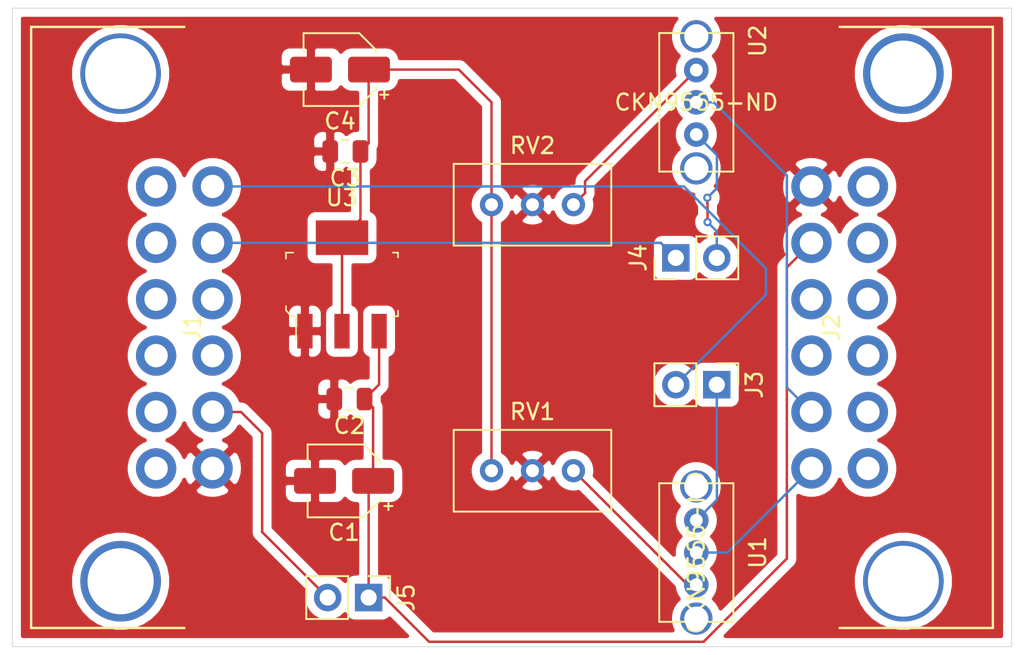
<source format=kicad_pcb>
(kicad_pcb (version 20171130) (host pcbnew "(5.1.4)-1")

  (general
    (thickness 1.6)
    (drawings 4)
    (tracks 63)
    (zones 0)
    (modules 14)
    (nets 13)
  )

  (page A4)
  (layers
    (0 F.Cu signal)
    (31 B.Cu signal)
    (32 B.Adhes user)
    (33 F.Adhes user)
    (34 B.Paste user)
    (35 F.Paste user)
    (36 B.SilkS user)
    (37 F.SilkS user)
    (38 B.Mask user)
    (39 F.Mask user)
    (40 Dwgs.User user)
    (41 Cmts.User user)
    (42 Eco1.User user)
    (43 Eco2.User user)
    (44 Edge.Cuts user)
    (45 Margin user)
    (46 B.CrtYd user)
    (47 F.CrtYd user)
    (48 B.Fab user hide)
    (49 F.Fab user hide)
  )

  (setup
    (last_trace_width 0.1524)
    (trace_clearance 0.2)
    (zone_clearance 0.508)
    (zone_45_only no)
    (trace_min 0.1524)
    (via_size 0.508)
    (via_drill 0.254)
    (via_min_size 0.508)
    (via_min_drill 0.254)
    (uvia_size 0.508)
    (uvia_drill 0.254)
    (uvias_allowed no)
    (uvia_min_size 0.508)
    (uvia_min_drill 0.254)
    (edge_width 0.05)
    (segment_width 0.2)
    (pcb_text_width 0.3)
    (pcb_text_size 1.5 1.5)
    (mod_edge_width 0.12)
    (mod_text_size 1 1)
    (mod_text_width 0.15)
    (pad_size 3.25 2.15)
    (pad_drill 0)
    (pad_to_mask_clearance 0.0508)
    (solder_mask_min_width 0.1016)
    (aux_axis_origin 0 0)
    (visible_elements 7FFFFFFF)
    (pcbplotparams
      (layerselection 0x010fc_ffffffff)
      (usegerberextensions false)
      (usegerberattributes false)
      (usegerberadvancedattributes false)
      (creategerberjobfile false)
      (excludeedgelayer true)
      (linewidth 0.100000)
      (plotframeref false)
      (viasonmask false)
      (mode 1)
      (useauxorigin false)
      (hpglpennumber 1)
      (hpglpenspeed 20)
      (hpglpendiameter 15.000000)
      (psnegative false)
      (psa4output false)
      (plotreference true)
      (plotvalue true)
      (plotinvisibletext false)
      (padsonsilk false)
      (subtractmaskfromsilk false)
      (outputformat 1)
      (mirror false)
      (drillshape 1)
      (scaleselection 1)
      (outputdirectory ""))
  )

  (net 0 "")
  (net 1 +12V)
  (net 2 +5V)
  (net 3 SENS1)
  (net 4 SENS2)
  (net 5 "Net-(J1-Pad5)")
  (net 6 GND)
  (net 7 PIN1)
  (net 8 PIN2)
  (net 9 "Net-(J3-Pad1)")
  (net 10 "Net-(J4-Pad2)")
  (net 11 "Net-(RV1-Pad1)")
  (net 12 "Net-(RV2-Pad1)")

  (net_class Default "This is the default net class."
    (clearance 0.2)
    (trace_width 0.1524)
    (via_dia 0.508)
    (via_drill 0.254)
    (uvia_dia 0.508)
    (uvia_drill 0.254)
    (add_net +12V)
    (add_net +5V)
    (add_net GND)
    (add_net "Net-(J1-Pad10)")
    (add_net "Net-(J1-Pad11)")
    (add_net "Net-(J1-Pad12)")
    (add_net "Net-(J1-Pad3)")
    (add_net "Net-(J1-Pad4)")
    (add_net "Net-(J1-Pad5)")
    (add_net "Net-(J1-Pad7)")
    (add_net "Net-(J1-Pad8)")
    (add_net "Net-(J1-Pad9)")
    (add_net "Net-(J2-Pad10)")
    (add_net "Net-(J2-Pad11)")
    (add_net "Net-(J2-Pad12)")
    (add_net "Net-(J2-Pad3)")
    (add_net "Net-(J2-Pad4)")
    (add_net "Net-(J2-Pad7)")
    (add_net "Net-(J2-Pad8)")
    (add_net "Net-(J2-Pad9)")
    (add_net "Net-(J3-Pad1)")
    (add_net "Net-(J4-Pad2)")
    (add_net "Net-(RV1-Pad1)")
    (add_net "Net-(RV2-Pad1)")
    (add_net PIN1)
    (add_net PIN2)
    (add_net SENS1)
    (add_net SENS2)
  )

  (module Capacitor_SMD:CP_Elec_4x5.4 (layer F.Cu) (tedit 5BCA39CF) (tstamp 5DCBDE53)
    (at 163.576 103.505 180)
    (descr "SMD capacitor, aluminum electrolytic, Panasonic A5 / Nichicon, 4.0x5.4mm")
    (tags "capacitor electrolytic")
    (path /5DCBEEBA)
    (attr smd)
    (fp_text reference C1 (at 0 -3.2) (layer F.SilkS)
      (effects (font (size 1 1) (thickness 0.15)))
    )
    (fp_text value 10u (at 0 3.2) (layer F.Fab)
      (effects (font (size 1 1) (thickness 0.15)))
    )
    (fp_text user %R (at 0 0) (layer F.Fab)
      (effects (font (size 0.8 0.8) (thickness 0.12)))
    )
    (fp_line (start -3.35 1.05) (end -2.4 1.05) (layer F.CrtYd) (width 0.05))
    (fp_line (start -3.35 -1.05) (end -3.35 1.05) (layer F.CrtYd) (width 0.05))
    (fp_line (start -2.4 -1.05) (end -3.35 -1.05) (layer F.CrtYd) (width 0.05))
    (fp_line (start -2.4 1.05) (end -2.4 1.25) (layer F.CrtYd) (width 0.05))
    (fp_line (start -2.4 -1.25) (end -2.4 -1.05) (layer F.CrtYd) (width 0.05))
    (fp_line (start -2.4 -1.25) (end -1.25 -2.4) (layer F.CrtYd) (width 0.05))
    (fp_line (start -2.4 1.25) (end -1.25 2.4) (layer F.CrtYd) (width 0.05))
    (fp_line (start -1.25 -2.4) (end 2.4 -2.4) (layer F.CrtYd) (width 0.05))
    (fp_line (start -1.25 2.4) (end 2.4 2.4) (layer F.CrtYd) (width 0.05))
    (fp_line (start 2.4 1.05) (end 2.4 2.4) (layer F.CrtYd) (width 0.05))
    (fp_line (start 3.35 1.05) (end 2.4 1.05) (layer F.CrtYd) (width 0.05))
    (fp_line (start 3.35 -1.05) (end 3.35 1.05) (layer F.CrtYd) (width 0.05))
    (fp_line (start 2.4 -1.05) (end 3.35 -1.05) (layer F.CrtYd) (width 0.05))
    (fp_line (start 2.4 -2.4) (end 2.4 -1.05) (layer F.CrtYd) (width 0.05))
    (fp_line (start -2.75 -1.81) (end -2.75 -1.31) (layer F.SilkS) (width 0.12))
    (fp_line (start -3 -1.56) (end -2.5 -1.56) (layer F.SilkS) (width 0.12))
    (fp_line (start -2.26 1.195563) (end -1.195563 2.26) (layer F.SilkS) (width 0.12))
    (fp_line (start -2.26 -1.195563) (end -1.195563 -2.26) (layer F.SilkS) (width 0.12))
    (fp_line (start -2.26 -1.195563) (end -2.26 -1.06) (layer F.SilkS) (width 0.12))
    (fp_line (start -2.26 1.195563) (end -2.26 1.06) (layer F.SilkS) (width 0.12))
    (fp_line (start -1.195563 2.26) (end 2.26 2.26) (layer F.SilkS) (width 0.12))
    (fp_line (start -1.195563 -2.26) (end 2.26 -2.26) (layer F.SilkS) (width 0.12))
    (fp_line (start 2.26 -2.26) (end 2.26 -1.06) (layer F.SilkS) (width 0.12))
    (fp_line (start 2.26 2.26) (end 2.26 1.06) (layer F.SilkS) (width 0.12))
    (fp_line (start -1.374773 -1.2) (end -1.374773 -0.8) (layer F.Fab) (width 0.1))
    (fp_line (start -1.574773 -1) (end -1.174773 -1) (layer F.Fab) (width 0.1))
    (fp_line (start -2.15 1.15) (end -1.15 2.15) (layer F.Fab) (width 0.1))
    (fp_line (start -2.15 -1.15) (end -1.15 -2.15) (layer F.Fab) (width 0.1))
    (fp_line (start -2.15 -1.15) (end -2.15 1.15) (layer F.Fab) (width 0.1))
    (fp_line (start -1.15 2.15) (end 2.15 2.15) (layer F.Fab) (width 0.1))
    (fp_line (start -1.15 -2.15) (end 2.15 -2.15) (layer F.Fab) (width 0.1))
    (fp_line (start 2.15 -2.15) (end 2.15 2.15) (layer F.Fab) (width 0.1))
    (fp_circle (center 0 0) (end 2 0) (layer F.Fab) (width 0.1))
    (pad 2 smd roundrect (at 1.8 0 180) (size 2.6 1.6) (layers F.Cu F.Paste F.Mask) (roundrect_rratio 0.15625)
      (net 6 GND))
    (pad 1 smd roundrect (at -1.8 0 180) (size 2.6 1.6) (layers F.Cu F.Paste F.Mask) (roundrect_rratio 0.15625)
      (net 1 +12V))
    (model ${KISYS3DMOD}/Capacitor_SMD.3dshapes/CP_Elec_4x5.4.wrl
      (at (xyz 0 0 0))
      (scale (xyz 1 1 1))
      (rotate (xyz 0 0 0))
    )
  )

  (module Potentiometer_THT:Potentiometer_Bourns_3296W_Vertical (layer F.Cu) (tedit 5A3D4994) (tstamp 5DCBDEDE)
    (at 177.8 102.87)
    (descr "Potentiometer, vertical, Bourns 3296W, https://www.bourns.com/pdfs/3296.pdf")
    (tags "Potentiometer vertical Bourns 3296W")
    (path /5DCC8E61)
    (fp_text reference RV1 (at -2.54 -3.66) (layer F.SilkS)
      (effects (font (size 1 1) (thickness 0.15)))
    )
    (fp_text value R_POT (at -2.54 3.67) (layer F.Fab)
      (effects (font (size 1 1) (thickness 0.15)))
    )
    (fp_text user %R (at -3.175 0.005) (layer F.Fab)
      (effects (font (size 1 1) (thickness 0.15)))
    )
    (fp_line (start 2.5 -2.7) (end -7.6 -2.7) (layer F.CrtYd) (width 0.05))
    (fp_line (start 2.5 2.7) (end 2.5 -2.7) (layer F.CrtYd) (width 0.05))
    (fp_line (start -7.6 2.7) (end 2.5 2.7) (layer F.CrtYd) (width 0.05))
    (fp_line (start -7.6 -2.7) (end -7.6 2.7) (layer F.CrtYd) (width 0.05))
    (fp_line (start 2.345 -2.53) (end 2.345 2.54) (layer F.SilkS) (width 0.12))
    (fp_line (start -7.425 -2.53) (end -7.425 2.54) (layer F.SilkS) (width 0.12))
    (fp_line (start -7.425 2.54) (end 2.345 2.54) (layer F.SilkS) (width 0.12))
    (fp_line (start -7.425 -2.53) (end 2.345 -2.53) (layer F.SilkS) (width 0.12))
    (fp_line (start 0.955 2.235) (end 0.956 0.066) (layer F.Fab) (width 0.1))
    (fp_line (start 0.955 2.235) (end 0.956 0.066) (layer F.Fab) (width 0.1))
    (fp_line (start 2.225 -2.41) (end -7.305 -2.41) (layer F.Fab) (width 0.1))
    (fp_line (start 2.225 2.42) (end 2.225 -2.41) (layer F.Fab) (width 0.1))
    (fp_line (start -7.305 2.42) (end 2.225 2.42) (layer F.Fab) (width 0.1))
    (fp_line (start -7.305 -2.41) (end -7.305 2.42) (layer F.Fab) (width 0.1))
    (fp_circle (center 0.955 1.15) (end 2.05 1.15) (layer F.Fab) (width 0.1))
    (pad 3 thru_hole circle (at -5.08 0) (size 1.44 1.44) (drill 0.8) (layers *.Cu *.Mask)
      (net 2 +5V))
    (pad 2 thru_hole circle (at -2.54 0) (size 1.44 1.44) (drill 0.8) (layers *.Cu *.Mask)
      (net 6 GND))
    (pad 1 thru_hole circle (at 0 0) (size 1.44 1.44) (drill 0.8) (layers *.Cu *.Mask)
      (net 11 "Net-(RV1-Pad1)"))
    (model ${KISYS3DMOD}/Potentiometer_THT.3dshapes/Potentiometer_Bourns_3296W_Vertical.wrl
      (at (xyz 0 0 0))
      (scale (xyz 1 1 1))
      (rotate (xyz 0 0 0))
    )
  )

  (module Lukas_Library:OS102011MS2QN1 (layer F.Cu) (tedit 5DCE2944) (tstamp 5DCF68CD)
    (at 185.42 80.01 90)
    (descr DK#CKN9565-ND)
    (tags "3 pin switch")
    (path /5DD12717)
    (fp_text reference U2 (at 3.81 3.81 90) (layer F.SilkS)
      (effects (font (size 1 1) (thickness 0.15)))
    )
    (fp_text value 3PoleSwitch (at 0 -3.81 90) (layer F.Fab)
      (effects (font (size 1 1) (thickness 0.15)))
    )
    (fp_line (start -4.3 2.3) (end -4.3 -2.3) (layer F.SilkS) (width 0.12))
    (fp_line (start -4.3 -2.3) (end 4.3 -2.3) (layer F.SilkS) (width 0.12))
    (fp_line (start 4.3 2.3) (end 4.3 -2.3) (layer F.SilkS) (width 0.12))
    (fp_line (start -4.3 2.3) (end 4.3 2.3) (layer F.SilkS) (width 0.12))
    (fp_text user CKN9565-ND (at 0 0) (layer F.SilkS)
      (effects (font (size 1 1) (thickness 0.15)))
    )
    (pad "" thru_hole circle (at -4.1 0 90) (size 2 2) (drill 1.5) (layers *.Cu *.Mask))
    (pad "" thru_hole circle (at 4.1 0 90) (size 2 2) (drill 1.5) (layers *.Cu *.Mask))
    (pad 1 thru_hole circle (at -2 0 90) (size 1.524 1.524) (drill 0.8) (layers *.Cu *.Mask)
      (net 10 "Net-(J4-Pad2)"))
    (pad 3 thru_hole circle (at 2 0 90) (size 1.524 1.524) (drill 0.8) (layers *.Cu *.Mask)
      (net 12 "Net-(RV2-Pad1)"))
    (pad 2 thru_hole circle (at 0 0 90) (size 1.524 1.524) (drill 0.8) (layers *.Cu *.Mask)
      (net 8 PIN2))
  )

  (module Lukas_Library:OS102011MS2QN1 (layer F.Cu) (tedit 5DCE2944) (tstamp 5DCF68BF)
    (at 185.42 107.95 90)
    (descr DK#CKN9565-ND)
    (tags "3 pin switch")
    (path /5DD108CC)
    (fp_text reference U1 (at 0 3.81 90) (layer F.SilkS)
      (effects (font (size 1 1) (thickness 0.15)))
    )
    (fp_text value 3PoleSwitch (at 0 -3.81 90) (layer F.Fab)
      (effects (font (size 1 1) (thickness 0.15)))
    )
    (fp_line (start -4.3 2.3) (end -4.3 -2.3) (layer F.SilkS) (width 0.12))
    (fp_line (start -4.3 -2.3) (end 4.3 -2.3) (layer F.SilkS) (width 0.12))
    (fp_line (start 4.3 2.3) (end 4.3 -2.3) (layer F.SilkS) (width 0.12))
    (fp_line (start -4.3 2.3) (end 4.3 2.3) (layer F.SilkS) (width 0.12))
    (fp_text user CKN9565-ND (at 0 0 90) (layer F.SilkS)
      (effects (font (size 1 1) (thickness 0.15)))
    )
    (pad "" thru_hole circle (at -4.1 0 90) (size 2 2) (drill 1.5) (layers *.Cu *.Mask))
    (pad "" thru_hole circle (at 4.1 0 90) (size 2 2) (drill 1.5) (layers *.Cu *.Mask))
    (pad 1 thru_hole circle (at -2 0 90) (size 1.524 1.524) (drill 0.8) (layers *.Cu *.Mask)
      (net 11 "Net-(RV1-Pad1)"))
    (pad 3 thru_hole circle (at 2 0 90) (size 1.524 1.524) (drill 0.8) (layers *.Cu *.Mask)
      (net 9 "Net-(J3-Pad1)"))
    (pad 2 thru_hole circle (at 0 0 90) (size 1.524 1.524) (drill 0.8) (layers *.Cu *.Mask)
      (net 7 PIN1))
  )

  (module Connector_PinHeader_2.54mm:PinHeader_1x02_P2.54mm_Vertical (layer F.Cu) (tedit 59FED5CC) (tstamp 5DCF6379)
    (at 165.1 110.744 270)
    (descr "Through hole straight pin header, 1x02, 2.54mm pitch, single row")
    (tags "Through hole pin header THT 1x02 2.54mm single row")
    (path /5DCFD047)
    (fp_text reference J5 (at 0 -2.33 90) (layer F.SilkS)
      (effects (font (size 1 1) (thickness 0.15)))
    )
    (fp_text value Conn_01x02_Male (at 0 4.87 90) (layer F.Fab)
      (effects (font (size 1 1) (thickness 0.15)))
    )
    (fp_text user %R (at 0 1.27) (layer F.Fab)
      (effects (font (size 1 1) (thickness 0.15)))
    )
    (fp_line (start 1.8 -1.8) (end -1.8 -1.8) (layer F.CrtYd) (width 0.05))
    (fp_line (start 1.8 4.35) (end 1.8 -1.8) (layer F.CrtYd) (width 0.05))
    (fp_line (start -1.8 4.35) (end 1.8 4.35) (layer F.CrtYd) (width 0.05))
    (fp_line (start -1.8 -1.8) (end -1.8 4.35) (layer F.CrtYd) (width 0.05))
    (fp_line (start -1.33 -1.33) (end 0 -1.33) (layer F.SilkS) (width 0.12))
    (fp_line (start -1.33 0) (end -1.33 -1.33) (layer F.SilkS) (width 0.12))
    (fp_line (start -1.33 1.27) (end 1.33 1.27) (layer F.SilkS) (width 0.12))
    (fp_line (start 1.33 1.27) (end 1.33 3.87) (layer F.SilkS) (width 0.12))
    (fp_line (start -1.33 1.27) (end -1.33 3.87) (layer F.SilkS) (width 0.12))
    (fp_line (start -1.33 3.87) (end 1.33 3.87) (layer F.SilkS) (width 0.12))
    (fp_line (start -1.27 -0.635) (end -0.635 -1.27) (layer F.Fab) (width 0.1))
    (fp_line (start -1.27 3.81) (end -1.27 -0.635) (layer F.Fab) (width 0.1))
    (fp_line (start 1.27 3.81) (end -1.27 3.81) (layer F.Fab) (width 0.1))
    (fp_line (start 1.27 -1.27) (end 1.27 3.81) (layer F.Fab) (width 0.1))
    (fp_line (start -0.635 -1.27) (end 1.27 -1.27) (layer F.Fab) (width 0.1))
    (pad 2 thru_hole oval (at 0 2.54 270) (size 1.7 1.7) (drill 1) (layers *.Cu *.Mask)
      (net 5 "Net-(J1-Pad5)"))
    (pad 1 thru_hole rect (at 0 0 270) (size 1.7 1.7) (drill 1) (layers *.Cu *.Mask)
      (net 1 +12V))
    (model ${KISYS3DMOD}/Connector_PinHeader_2.54mm.3dshapes/PinHeader_1x02_P2.54mm_Vertical.wrl
      (at (xyz 0 0 0))
      (scale (xyz 1 1 1))
      (rotate (xyz 0 0 0))
    )
  )

  (module Connector_PinHeader_2.54mm:PinHeader_1x02_P2.54mm_Vertical (layer F.Cu) (tedit 59FED5CC) (tstamp 5DCF516B)
    (at 184.15 89.662 90)
    (descr "Through hole straight pin header, 1x02, 2.54mm pitch, single row")
    (tags "Through hole pin header THT 1x02 2.54mm single row")
    (path /5DCFFC2A)
    (fp_text reference J4 (at 0 -2.33 90) (layer F.SilkS)
      (effects (font (size 1 1) (thickness 0.15)))
    )
    (fp_text value Conn_01x02_Male (at 0 4.87 90) (layer F.Fab)
      (effects (font (size 1 1) (thickness 0.15)))
    )
    (fp_text user %R (at 0 1.27) (layer F.Fab)
      (effects (font (size 1 1) (thickness 0.15)))
    )
    (fp_line (start 1.8 -1.8) (end -1.8 -1.8) (layer F.CrtYd) (width 0.05))
    (fp_line (start 1.8 4.35) (end 1.8 -1.8) (layer F.CrtYd) (width 0.05))
    (fp_line (start -1.8 4.35) (end 1.8 4.35) (layer F.CrtYd) (width 0.05))
    (fp_line (start -1.8 -1.8) (end -1.8 4.35) (layer F.CrtYd) (width 0.05))
    (fp_line (start -1.33 -1.33) (end 0 -1.33) (layer F.SilkS) (width 0.12))
    (fp_line (start -1.33 0) (end -1.33 -1.33) (layer F.SilkS) (width 0.12))
    (fp_line (start -1.33 1.27) (end 1.33 1.27) (layer F.SilkS) (width 0.12))
    (fp_line (start 1.33 1.27) (end 1.33 3.87) (layer F.SilkS) (width 0.12))
    (fp_line (start -1.33 1.27) (end -1.33 3.87) (layer F.SilkS) (width 0.12))
    (fp_line (start -1.33 3.87) (end 1.33 3.87) (layer F.SilkS) (width 0.12))
    (fp_line (start -1.27 -0.635) (end -0.635 -1.27) (layer F.Fab) (width 0.1))
    (fp_line (start -1.27 3.81) (end -1.27 -0.635) (layer F.Fab) (width 0.1))
    (fp_line (start 1.27 3.81) (end -1.27 3.81) (layer F.Fab) (width 0.1))
    (fp_line (start 1.27 -1.27) (end 1.27 3.81) (layer F.Fab) (width 0.1))
    (fp_line (start -0.635 -1.27) (end 1.27 -1.27) (layer F.Fab) (width 0.1))
    (pad 2 thru_hole oval (at 0 2.54 90) (size 1.7 1.7) (drill 1) (layers *.Cu *.Mask)
      (net 10 "Net-(J4-Pad2)"))
    (pad 1 thru_hole rect (at 0 0 90) (size 1.7 1.7) (drill 1) (layers *.Cu *.Mask)
      (net 4 SENS2))
    (model ${KISYS3DMOD}/Connector_PinHeader_2.54mm.3dshapes/PinHeader_1x02_P2.54mm_Vertical.wrl
      (at (xyz 0 0 0))
      (scale (xyz 1 1 1))
      (rotate (xyz 0 0 0))
    )
  )

  (module Connector_PinHeader_2.54mm:PinHeader_1x02_P2.54mm_Vertical (layer F.Cu) (tedit 59FED5CC) (tstamp 5DCF72A5)
    (at 186.69 97.536 270)
    (descr "Through hole straight pin header, 1x02, 2.54mm pitch, single row")
    (tags "Through hole pin header THT 1x02 2.54mm single row")
    (path /5DCFF5E5)
    (fp_text reference J3 (at 0 -2.33 90) (layer F.SilkS)
      (effects (font (size 1 1) (thickness 0.15)))
    )
    (fp_text value Conn_01x02_Male (at 0 4.87 90) (layer F.Fab)
      (effects (font (size 1 1) (thickness 0.15)))
    )
    (fp_text user %R (at 0 1.27) (layer F.Fab)
      (effects (font (size 1 1) (thickness 0.15)))
    )
    (fp_line (start 1.8 -1.8) (end -1.8 -1.8) (layer F.CrtYd) (width 0.05))
    (fp_line (start 1.8 4.35) (end 1.8 -1.8) (layer F.CrtYd) (width 0.05))
    (fp_line (start -1.8 4.35) (end 1.8 4.35) (layer F.CrtYd) (width 0.05))
    (fp_line (start -1.8 -1.8) (end -1.8 4.35) (layer F.CrtYd) (width 0.05))
    (fp_line (start -1.33 -1.33) (end 0 -1.33) (layer F.SilkS) (width 0.12))
    (fp_line (start -1.33 0) (end -1.33 -1.33) (layer F.SilkS) (width 0.12))
    (fp_line (start -1.33 1.27) (end 1.33 1.27) (layer F.SilkS) (width 0.12))
    (fp_line (start 1.33 1.27) (end 1.33 3.87) (layer F.SilkS) (width 0.12))
    (fp_line (start -1.33 1.27) (end -1.33 3.87) (layer F.SilkS) (width 0.12))
    (fp_line (start -1.33 3.87) (end 1.33 3.87) (layer F.SilkS) (width 0.12))
    (fp_line (start -1.27 -0.635) (end -0.635 -1.27) (layer F.Fab) (width 0.1))
    (fp_line (start -1.27 3.81) (end -1.27 -0.635) (layer F.Fab) (width 0.1))
    (fp_line (start 1.27 3.81) (end -1.27 3.81) (layer F.Fab) (width 0.1))
    (fp_line (start 1.27 -1.27) (end 1.27 3.81) (layer F.Fab) (width 0.1))
    (fp_line (start -0.635 -1.27) (end 1.27 -1.27) (layer F.Fab) (width 0.1))
    (pad 2 thru_hole oval (at 0 2.54 270) (size 1.7 1.7) (drill 1) (layers *.Cu *.Mask)
      (net 3 SENS1))
    (pad 1 thru_hole rect (at 0 0 270) (size 1.7 1.7) (drill 1) (layers *.Cu *.Mask)
      (net 9 "Net-(J3-Pad1)"))
    (model ${KISYS3DMOD}/Connector_PinHeader_2.54mm.3dshapes/PinHeader_1x02_P2.54mm_Vertical.wrl
      (at (xyz 0 0 0))
      (scale (xyz 1 1 1))
      (rotate (xyz 0 0 0))
    )
  )

  (module digikey-footprints:SOT-223-4 (layer F.Cu) (tedit 5DCF63E0) (tstamp 5DCBDF3D)
    (at 163.449 91.313)
    (path /5DCBBDE6)
    (attr smd)
    (fp_text reference U3 (at 0 -5.375) (layer F.SilkS)
      (effects (font (size 1 1) (thickness 0.15)))
    )
    (fp_text value NCP1117-1.5_SOT223 (at 0.075 5.475) (layer F.Fab)
      (effects (font (size 1 1) (thickness 0.15)))
    )
    (fp_line (start -3.35 -1.85) (end 3.35 -1.85) (layer F.Fab) (width 0.1))
    (fp_line (start 3.35 -1.85) (end 3.35 1.85) (layer F.Fab) (width 0.1))
    (fp_text user %R (at 0.1 0.05) (layer F.Fab)
      (effects (font (size 0.75 0.75) (thickness 0.075)))
    )
    (fp_line (start 3.475 -1.975) (end 3.475 -1.675) (layer F.SilkS) (width 0.1))
    (fp_line (start 3.15 -1.975) (end 3.475 -1.975) (layer F.SilkS) (width 0.1))
    (fp_line (start 3.475 1.975) (end 3.125 1.975) (layer F.SilkS) (width 0.1))
    (fp_line (start 3.475 1.625) (end 3.475 1.975) (layer F.SilkS) (width 0.1))
    (fp_line (start -3.475 -1.975) (end -3.475 -1.6) (layer F.SilkS) (width 0.1))
    (fp_line (start -3.025 -1.975) (end -3.475 -1.975) (layer F.SilkS) (width 0.1))
    (fp_line (start -3.35 1.525) (end -3.075 1.85) (layer F.Fab) (width 0.1))
    (fp_line (start -3.35 1.525) (end -3.35 -1.85) (layer F.Fab) (width 0.1))
    (fp_line (start -3.075 1.85) (end 3.35 1.85) (layer F.Fab) (width 0.1))
    (fp_line (start -2.85 1.975) (end -2.85 3.425) (layer F.SilkS) (width 0.1))
    (fp_line (start -3.15 1.975) (end -2.85 1.975) (layer F.SilkS) (width 0.1))
    (fp_line (start -3.475 1.6) (end -3.15 1.975) (layer F.SilkS) (width 0.1))
    (fp_line (start -3.475 1.35) (end -3.475 1.6) (layer F.SilkS) (width 0.1))
    (fp_line (start 3.65 -4.225) (end 3.65 4.225) (layer F.CrtYd) (width 0.1))
    (fp_line (start 3.65 4.225) (end -3.65 4.225) (layer F.CrtYd) (width 0.1))
    (fp_line (start -3.65 4.225) (end -3.65 -4.225) (layer F.CrtYd) (width 0.1))
    (fp_line (start -3.65 -4.225) (end 3.65 -4.225) (layer F.CrtYd) (width 0.1))
    (pad 4 smd rect (at 0 -2.9) (size 3.25 2.15) (layers F.Cu F.Paste F.Mask)
      (net 2 +5V))
    (pad 1 smd rect (at -2.3 2.9) (size 0.95 2.15) (layers F.Cu F.Paste F.Mask)
      (net 6 GND) (solder_mask_margin 0.07))
    (pad 2 smd rect (at 0 2.9) (size 0.95 2.15) (layers F.Cu F.Paste F.Mask)
      (net 2 +5V) (solder_mask_margin 0.07))
    (pad 3 smd rect (at 2.3 2.9) (size 0.95 2.15) (layers F.Cu F.Paste F.Mask)
      (net 1 +12V) (solder_mask_margin 0.07))
  )

  (module Potentiometer_THT:Potentiometer_Bourns_3296W_Vertical (layer F.Cu) (tedit 5A3D4994) (tstamp 5DCBDEF5)
    (at 177.8 86.36)
    (descr "Potentiometer, vertical, Bourns 3296W, https://www.bourns.com/pdfs/3296.pdf")
    (tags "Potentiometer vertical Bourns 3296W")
    (path /5DCC95A8)
    (fp_text reference RV2 (at -2.54 -3.66) (layer F.SilkS)
      (effects (font (size 1 1) (thickness 0.15)))
    )
    (fp_text value R_POT (at -2.54 3.67) (layer F.Fab)
      (effects (font (size 1 1) (thickness 0.15)))
    )
    (fp_text user %R (at -3.175 0.005) (layer F.Fab)
      (effects (font (size 1 1) (thickness 0.15)))
    )
    (fp_line (start 2.5 -2.7) (end -7.6 -2.7) (layer F.CrtYd) (width 0.05))
    (fp_line (start 2.5 2.7) (end 2.5 -2.7) (layer F.CrtYd) (width 0.05))
    (fp_line (start -7.6 2.7) (end 2.5 2.7) (layer F.CrtYd) (width 0.05))
    (fp_line (start -7.6 -2.7) (end -7.6 2.7) (layer F.CrtYd) (width 0.05))
    (fp_line (start 2.345 -2.53) (end 2.345 2.54) (layer F.SilkS) (width 0.12))
    (fp_line (start -7.425 -2.53) (end -7.425 2.54) (layer F.SilkS) (width 0.12))
    (fp_line (start -7.425 2.54) (end 2.345 2.54) (layer F.SilkS) (width 0.12))
    (fp_line (start -7.425 -2.53) (end 2.345 -2.53) (layer F.SilkS) (width 0.12))
    (fp_line (start 0.955 2.235) (end 0.956 0.066) (layer F.Fab) (width 0.1))
    (fp_line (start 0.955 2.235) (end 0.956 0.066) (layer F.Fab) (width 0.1))
    (fp_line (start 2.225 -2.41) (end -7.305 -2.41) (layer F.Fab) (width 0.1))
    (fp_line (start 2.225 2.42) (end 2.225 -2.41) (layer F.Fab) (width 0.1))
    (fp_line (start -7.305 2.42) (end 2.225 2.42) (layer F.Fab) (width 0.1))
    (fp_line (start -7.305 -2.41) (end -7.305 2.42) (layer F.Fab) (width 0.1))
    (fp_circle (center 0.955 1.15) (end 2.05 1.15) (layer F.Fab) (width 0.1))
    (pad 3 thru_hole circle (at -5.08 0) (size 1.44 1.44) (drill 0.8) (layers *.Cu *.Mask)
      (net 2 +5V))
    (pad 2 thru_hole circle (at -2.54 0) (size 1.44 1.44) (drill 0.8) (layers *.Cu *.Mask)
      (net 6 GND))
    (pad 1 thru_hole circle (at 0 0) (size 1.44 1.44) (drill 0.8) (layers *.Cu *.Mask)
      (net 12 "Net-(RV2-Pad1)"))
    (model ${KISYS3DMOD}/Potentiometer_THT.3dshapes/Potentiometer_Bourns_3296W_Vertical.wrl
      (at (xyz 0 0 0))
      (scale (xyz 1 1 1))
      (rotate (xyz 0 0 0))
    )
  )

  (module Lukas_Library:MX120G (layer F.Cu) (tedit 5D8EF933) (tstamp 5DCBDEC7)
    (at 194.31 93.98 270)
    (path /5DCB845A)
    (fp_text reference J2 (at 0 0.5 90) (layer F.SilkS)
      (effects (font (size 1 1) (thickness 0.15)))
    )
    (fp_text value Conn_02x06_Counter_Clockwise (at 0 -0.5 90) (layer F.Fab)
      (effects (font (size 1 1) (thickness 0.15)))
    )
    (fp_line (start -18.65 -9.5) (end 18.65 -9.5) (layer F.SilkS) (width 0.15))
    (fp_line (start 18.65 0) (end 18.65 -9.5) (layer F.SilkS) (width 0.15))
    (fp_line (start -18.65 0) (end -18.65 -9.5) (layer F.SilkS) (width 0.15))
    (pad 13 thru_hole circle (at 15.75 -3.95 270) (size 5 5) (drill 4.4) (layers *.Cu *.Mask))
    (pad 13 thru_hole circle (at -15.75 -3.95 270) (size 5 5) (drill 4.1) (layers *.Cu *.Mask))
    (pad 1 thru_hole circle (at 8.75 1.75 270) (size 2.5 2.5) (drill 1.45) (layers *.Cu *.Mask)
      (net 7 PIN1))
    (pad 2 thru_hole circle (at 5.25 1.75 270) (size 2.5 2.5) (drill 1.45) (layers *.Cu *.Mask)
      (net 8 PIN2))
    (pad 3 thru_hole circle (at 1.75 1.75 270) (size 2.5 2.5) (drill 1.45) (layers *.Cu *.Mask))
    (pad 9 thru_hole circle (at 1.75 -1.75 270) (size 2.5 2.5) (drill 1.45) (layers *.Cu *.Mask))
    (pad 8 thru_hole circle (at 5.25 -1.75 270) (size 2.5 2.5) (drill 1.45) (layers *.Cu *.Mask))
    (pad 7 thru_hole circle (at 8.75 -1.75 270) (size 2.5 2.5) (drill 1.45) (layers *.Cu *.Mask))
    (pad 4 thru_hole circle (at -1.75 1.75 270) (size 2.5 2.5) (drill 1.45) (layers *.Cu *.Mask))
    (pad 5 thru_hole circle (at -5.25 1.75 270) (size 2.5 2.5) (drill 1.45) (layers *.Cu *.Mask)
      (net 1 +12V))
    (pad 6 thru_hole circle (at -8.75 1.75 270) (size 2.5 2.5) (drill 1.45) (layers *.Cu *.Mask)
      (net 6 GND))
    (pad 12 thru_hole circle (at -8.75 -1.75 270) (size 2.5 2.5) (drill 1.45) (layers *.Cu *.Mask))
    (pad 11 thru_hole circle (at -5.25 -1.75 270) (size 2.5 2.5) (drill 1.45) (layers *.Cu *.Mask))
    (pad 10 thru_hole circle (at -1.75 -1.75 270) (size 2.5 2.5) (drill 1.45) (layers *.Cu *.Mask))
    (model /Users/lukasvozenilek/Downloads/367831201.stp
      (offset (xyz 1.5 60 14.9))
      (scale (xyz 1 1 1))
      (rotate (xyz 0 180 0))
    )
  )

  (module Lukas_Library:MX120G (layer F.Cu) (tedit 5D8EF933) (tstamp 5DCFA57B)
    (at 153.67 93.98 90)
    (path /5DC19241)
    (fp_text reference J1 (at 0 0.5 90) (layer F.SilkS)
      (effects (font (size 1 1) (thickness 0.15)))
    )
    (fp_text value Conn_02x06_Counter_Clockwise (at 0 -0.5 90) (layer F.Fab)
      (effects (font (size 1 1) (thickness 0.15)))
    )
    (fp_line (start -18.65 -9.5) (end 18.65 -9.5) (layer F.SilkS) (width 0.15))
    (fp_line (start 18.65 0) (end 18.65 -9.5) (layer F.SilkS) (width 0.15))
    (fp_line (start -18.65 0) (end -18.65 -9.5) (layer F.SilkS) (width 0.15))
    (pad 13 thru_hole circle (at 15.75 -3.95 90) (size 5 5) (drill 4.4) (layers *.Cu *.Mask))
    (pad 13 thru_hole circle (at -15.75 -3.95 90) (size 5 5) (drill 4.1) (layers *.Cu *.Mask))
    (pad 1 thru_hole circle (at 8.75 1.75 90) (size 2.5 2.5) (drill 1.45) (layers *.Cu *.Mask)
      (net 3 SENS1))
    (pad 2 thru_hole circle (at 5.25 1.75 90) (size 2.5 2.5) (drill 1.45) (layers *.Cu *.Mask)
      (net 4 SENS2))
    (pad 3 thru_hole circle (at 1.75 1.75 90) (size 2.5 2.5) (drill 1.45) (layers *.Cu *.Mask))
    (pad 9 thru_hole circle (at 1.75 -1.75 90) (size 2.5 2.5) (drill 1.45) (layers *.Cu *.Mask))
    (pad 8 thru_hole circle (at 5.25 -1.75 90) (size 2.5 2.5) (drill 1.45) (layers *.Cu *.Mask))
    (pad 7 thru_hole circle (at 8.75 -1.75 90) (size 2.5 2.5) (drill 1.45) (layers *.Cu *.Mask))
    (pad 4 thru_hole circle (at -1.75 1.75 90) (size 2.5 2.5) (drill 1.45) (layers *.Cu *.Mask))
    (pad 5 thru_hole circle (at -5.25 1.75 90) (size 2.5 2.5) (drill 1.45) (layers *.Cu *.Mask)
      (net 5 "Net-(J1-Pad5)"))
    (pad 6 thru_hole circle (at -8.75 1.75 90) (size 2.5 2.5) (drill 1.45) (layers *.Cu *.Mask)
      (net 6 GND))
    (pad 12 thru_hole circle (at -8.75 -1.75 90) (size 2.5 2.5) (drill 1.45) (layers *.Cu *.Mask))
    (pad 11 thru_hole circle (at -5.25 -1.75 90) (size 2.5 2.5) (drill 1.45) (layers *.Cu *.Mask))
    (pad 10 thru_hole circle (at -1.75 -1.75 90) (size 2.5 2.5) (drill 1.45) (layers *.Cu *.Mask))
    (model /Users/lukasvozenilek/Downloads/367831201.stp
      (offset (xyz 1.5 60 14.9))
      (scale (xyz 1 1 1))
      (rotate (xyz 0 180 0))
    )
  )

  (module Capacitor_SMD:CP_Elec_4x5.4 (layer F.Cu) (tedit 5BCA39CF) (tstamp 5DCBDE9D)
    (at 163.322 77.978 180)
    (descr "SMD capacitor, aluminum electrolytic, Panasonic A5 / Nichicon, 4.0x5.4mm")
    (tags "capacitor electrolytic")
    (path /5DCC1234)
    (attr smd)
    (fp_text reference C4 (at 0 -3.2) (layer F.SilkS)
      (effects (font (size 1 1) (thickness 0.15)))
    )
    (fp_text value 10u (at 0 3.2) (layer F.Fab)
      (effects (font (size 1 1) (thickness 0.15)))
    )
    (fp_text user %R (at 0 0) (layer F.Fab)
      (effects (font (size 0.8 0.8) (thickness 0.12)))
    )
    (fp_line (start -3.35 1.05) (end -2.4 1.05) (layer F.CrtYd) (width 0.05))
    (fp_line (start -3.35 -1.05) (end -3.35 1.05) (layer F.CrtYd) (width 0.05))
    (fp_line (start -2.4 -1.05) (end -3.35 -1.05) (layer F.CrtYd) (width 0.05))
    (fp_line (start -2.4 1.05) (end -2.4 1.25) (layer F.CrtYd) (width 0.05))
    (fp_line (start -2.4 -1.25) (end -2.4 -1.05) (layer F.CrtYd) (width 0.05))
    (fp_line (start -2.4 -1.25) (end -1.25 -2.4) (layer F.CrtYd) (width 0.05))
    (fp_line (start -2.4 1.25) (end -1.25 2.4) (layer F.CrtYd) (width 0.05))
    (fp_line (start -1.25 -2.4) (end 2.4 -2.4) (layer F.CrtYd) (width 0.05))
    (fp_line (start -1.25 2.4) (end 2.4 2.4) (layer F.CrtYd) (width 0.05))
    (fp_line (start 2.4 1.05) (end 2.4 2.4) (layer F.CrtYd) (width 0.05))
    (fp_line (start 3.35 1.05) (end 2.4 1.05) (layer F.CrtYd) (width 0.05))
    (fp_line (start 3.35 -1.05) (end 3.35 1.05) (layer F.CrtYd) (width 0.05))
    (fp_line (start 2.4 -1.05) (end 3.35 -1.05) (layer F.CrtYd) (width 0.05))
    (fp_line (start 2.4 -2.4) (end 2.4 -1.05) (layer F.CrtYd) (width 0.05))
    (fp_line (start -2.75 -1.81) (end -2.75 -1.31) (layer F.SilkS) (width 0.12))
    (fp_line (start -3 -1.56) (end -2.5 -1.56) (layer F.SilkS) (width 0.12))
    (fp_line (start -2.26 1.195563) (end -1.195563 2.26) (layer F.SilkS) (width 0.12))
    (fp_line (start -2.26 -1.195563) (end -1.195563 -2.26) (layer F.SilkS) (width 0.12))
    (fp_line (start -2.26 -1.195563) (end -2.26 -1.06) (layer F.SilkS) (width 0.12))
    (fp_line (start -2.26 1.195563) (end -2.26 1.06) (layer F.SilkS) (width 0.12))
    (fp_line (start -1.195563 2.26) (end 2.26 2.26) (layer F.SilkS) (width 0.12))
    (fp_line (start -1.195563 -2.26) (end 2.26 -2.26) (layer F.SilkS) (width 0.12))
    (fp_line (start 2.26 -2.26) (end 2.26 -1.06) (layer F.SilkS) (width 0.12))
    (fp_line (start 2.26 2.26) (end 2.26 1.06) (layer F.SilkS) (width 0.12))
    (fp_line (start -1.374773 -1.2) (end -1.374773 -0.8) (layer F.Fab) (width 0.1))
    (fp_line (start -1.574773 -1) (end -1.174773 -1) (layer F.Fab) (width 0.1))
    (fp_line (start -2.15 1.15) (end -1.15 2.15) (layer F.Fab) (width 0.1))
    (fp_line (start -2.15 -1.15) (end -1.15 -2.15) (layer F.Fab) (width 0.1))
    (fp_line (start -2.15 -1.15) (end -2.15 1.15) (layer F.Fab) (width 0.1))
    (fp_line (start -1.15 2.15) (end 2.15 2.15) (layer F.Fab) (width 0.1))
    (fp_line (start -1.15 -2.15) (end 2.15 -2.15) (layer F.Fab) (width 0.1))
    (fp_line (start 2.15 -2.15) (end 2.15 2.15) (layer F.Fab) (width 0.1))
    (fp_circle (center 0 0) (end 2 0) (layer F.Fab) (width 0.1))
    (pad 2 smd roundrect (at 1.8 0 180) (size 2.6 1.6) (layers F.Cu F.Paste F.Mask) (roundrect_rratio 0.15625)
      (net 6 GND))
    (pad 1 smd roundrect (at -1.8 0 180) (size 2.6 1.6) (layers F.Cu F.Paste F.Mask) (roundrect_rratio 0.15625)
      (net 2 +5V))
    (model ${KISYS3DMOD}/Capacitor_SMD.3dshapes/CP_Elec_4x5.4.wrl
      (at (xyz 0 0 0))
      (scale (xyz 1 1 1))
      (rotate (xyz 0 0 0))
    )
  )

  (module Capacitor_SMD:C_0805_2012Metric (layer F.Cu) (tedit 5B36C52B) (tstamp 5DCBDE75)
    (at 163.6545 83.058 180)
    (descr "Capacitor SMD 0805 (2012 Metric), square (rectangular) end terminal, IPC_7351 nominal, (Body size source: https://docs.google.com/spreadsheets/d/1BsfQQcO9C6DZCsRaXUlFlo91Tg2WpOkGARC1WS5S8t0/edit?usp=sharing), generated with kicad-footprint-generator")
    (tags capacitor)
    (path /5DCC0BF2)
    (attr smd)
    (fp_text reference C3 (at 0 -1.65) (layer F.SilkS)
      (effects (font (size 1 1) (thickness 0.15)))
    )
    (fp_text value 10n (at 0 1.65) (layer F.Fab)
      (effects (font (size 1 1) (thickness 0.15)))
    )
    (fp_text user %R (at 0 0) (layer F.Fab)
      (effects (font (size 0.5 0.5) (thickness 0.08)))
    )
    (fp_line (start 1.68 0.95) (end -1.68 0.95) (layer F.CrtYd) (width 0.05))
    (fp_line (start 1.68 -0.95) (end 1.68 0.95) (layer F.CrtYd) (width 0.05))
    (fp_line (start -1.68 -0.95) (end 1.68 -0.95) (layer F.CrtYd) (width 0.05))
    (fp_line (start -1.68 0.95) (end -1.68 -0.95) (layer F.CrtYd) (width 0.05))
    (fp_line (start -0.258578 0.71) (end 0.258578 0.71) (layer F.SilkS) (width 0.12))
    (fp_line (start -0.258578 -0.71) (end 0.258578 -0.71) (layer F.SilkS) (width 0.12))
    (fp_line (start 1 0.6) (end -1 0.6) (layer F.Fab) (width 0.1))
    (fp_line (start 1 -0.6) (end 1 0.6) (layer F.Fab) (width 0.1))
    (fp_line (start -1 -0.6) (end 1 -0.6) (layer F.Fab) (width 0.1))
    (fp_line (start -1 0.6) (end -1 -0.6) (layer F.Fab) (width 0.1))
    (pad 2 smd roundrect (at 0.9375 0 180) (size 0.975 1.4) (layers F.Cu F.Paste F.Mask) (roundrect_rratio 0.25)
      (net 6 GND))
    (pad 1 smd roundrect (at -0.9375 0 180) (size 0.975 1.4) (layers F.Cu F.Paste F.Mask) (roundrect_rratio 0.25)
      (net 2 +5V))
    (model ${KISYS3DMOD}/Capacitor_SMD.3dshapes/C_0805_2012Metric.wrl
      (at (xyz 0 0 0))
      (scale (xyz 1 1 1))
      (rotate (xyz 0 0 0))
    )
  )

  (module Capacitor_SMD:C_0805_2012Metric (layer F.Cu) (tedit 5B36C52B) (tstamp 5DCBDE64)
    (at 163.9085 98.425 180)
    (descr "Capacitor SMD 0805 (2012 Metric), square (rectangular) end terminal, IPC_7351 nominal, (Body size source: https://docs.google.com/spreadsheets/d/1BsfQQcO9C6DZCsRaXUlFlo91Tg2WpOkGARC1WS5S8t0/edit?usp=sharing), generated with kicad-footprint-generator")
    (tags capacitor)
    (path /5DCBE6FE)
    (attr smd)
    (fp_text reference C2 (at 0 -1.65) (layer F.SilkS)
      (effects (font (size 1 1) (thickness 0.15)))
    )
    (fp_text value 10n (at 0 1.65) (layer F.Fab)
      (effects (font (size 1 1) (thickness 0.15)))
    )
    (fp_text user %R (at 0 0) (layer F.Fab)
      (effects (font (size 0.5 0.5) (thickness 0.08)))
    )
    (fp_line (start 1.68 0.95) (end -1.68 0.95) (layer F.CrtYd) (width 0.05))
    (fp_line (start 1.68 -0.95) (end 1.68 0.95) (layer F.CrtYd) (width 0.05))
    (fp_line (start -1.68 -0.95) (end 1.68 -0.95) (layer F.CrtYd) (width 0.05))
    (fp_line (start -1.68 0.95) (end -1.68 -0.95) (layer F.CrtYd) (width 0.05))
    (fp_line (start -0.258578 0.71) (end 0.258578 0.71) (layer F.SilkS) (width 0.12))
    (fp_line (start -0.258578 -0.71) (end 0.258578 -0.71) (layer F.SilkS) (width 0.12))
    (fp_line (start 1 0.6) (end -1 0.6) (layer F.Fab) (width 0.1))
    (fp_line (start 1 -0.6) (end 1 0.6) (layer F.Fab) (width 0.1))
    (fp_line (start -1 -0.6) (end 1 -0.6) (layer F.Fab) (width 0.1))
    (fp_line (start -1 0.6) (end -1 -0.6) (layer F.Fab) (width 0.1))
    (pad 2 smd roundrect (at 0.9375 0 180) (size 0.975 1.4) (layers F.Cu F.Paste F.Mask) (roundrect_rratio 0.25)
      (net 6 GND))
    (pad 1 smd roundrect (at -0.9375 0 180) (size 0.975 1.4) (layers F.Cu F.Paste F.Mask) (roundrect_rratio 0.25)
      (net 1 +12V))
    (model ${KISYS3DMOD}/Capacitor_SMD.3dshapes/C_0805_2012Metric.wrl
      (at (xyz 0 0 0))
      (scale (xyz 1 1 1))
      (rotate (xyz 0 0 0))
    )
  )

  (gr_line (start 204.978 113.792) (end 143.002 113.792) (layer Edge.Cuts) (width 0.05) (tstamp 5DCFA793))
  (gr_line (start 143.002 74.168) (end 204.978 74.168) (layer Edge.Cuts) (width 0.05) (tstamp 5DCFA792))
  (gr_line (start 143.002 74.168) (end 143.002 113.792) (layer Edge.Cuts) (width 0.05))
  (gr_line (start 204.978 113.792) (end 204.978 74.168) (layer Edge.Cuts) (width 0.05))

  (segment (start 165.1 103.781) (end 165.376 103.505) (width 0.1524) (layer F.Cu) (net 1))
  (segment (start 165.1 110.744) (end 165.1 103.781) (width 0.1524) (layer F.Cu) (net 1))
  (segment (start 165.376 98.955) (end 164.846 98.425) (width 0.1524) (layer F.Cu) (net 1))
  (segment (start 165.376 103.505) (end 165.376 98.955) (width 0.1524) (layer F.Cu) (net 1))
  (segment (start 165.749 97.522) (end 165.749 94.213) (width 0.1524) (layer F.Cu) (net 1))
  (segment (start 164.846 98.425) (end 165.749 97.522) (width 0.1524) (layer F.Cu) (net 1))
  (segment (start 191.310001 89.979999) (end 192.56 88.73) (width 0.1524) (layer F.Cu) (net 1))
  (segment (start 191.033799 90.256201) (end 191.310001 89.979999) (width 0.1524) (layer F.Cu) (net 1))
  (segment (start 191.033799 108.324979) (end 191.033799 90.256201) (width 0.1524) (layer F.Cu) (net 1))
  (segment (start 185.867988 113.49079) (end 191.033799 108.324979) (width 0.1524) (layer F.Cu) (net 1))
  (segment (start 168.84919 113.49079) (end 185.867988 113.49079) (width 0.1524) (layer F.Cu) (net 1))
  (segment (start 166.1024 110.744) (end 168.84919 113.49079) (width 0.1524) (layer F.Cu) (net 1))
  (segment (start 165.1 110.744) (end 166.1024 110.744) (width 0.1524) (layer F.Cu) (net 1))
  (segment (start 164.592 87.27) (end 164.592 83.058) (width 0.1524) (layer F.Cu) (net 2))
  (segment (start 163.449 88.413) (end 164.592 87.27) (width 0.1524) (layer F.Cu) (net 2))
  (segment (start 165.1 78) (end 165.122 77.978) (width 0.1524) (layer F.Cu) (net 2))
  (segment (start 164.592 83.058) (end 165.1 82.55) (width 0.1524) (layer F.Cu) (net 2))
  (segment (start 165.1 82.55) (end 165.1 78) (width 0.1524) (layer F.Cu) (net 2))
  (segment (start 165.122 77.978) (end 170.688 77.978) (width 0.1524) (layer F.Cu) (net 2))
  (segment (start 172.72 80.01) (end 172.72 86.36) (width 0.1524) (layer F.Cu) (net 2))
  (segment (start 170.688 77.978) (end 172.72 80.01) (width 0.1524) (layer F.Cu) (net 2))
  (segment (start 172.72 86.36) (end 172.72 102.87) (width 0.1524) (layer F.Cu) (net 2))
  (segment (start 163.449 92.9856) (end 163.449 88.413) (width 0.1524) (layer F.Cu) (net 2))
  (segment (start 163.449 94.213) (end 163.449 92.9856) (width 0.1524) (layer F.Cu) (net 2))
  (segment (start 184.651222 85.23) (end 189.738 90.316778) (width 0.1524) (layer B.Cu) (net 3))
  (segment (start 155.42 85.23) (end 184.651222 85.23) (width 0.1524) (layer B.Cu) (net 3))
  (segment (start 189.738 91.948) (end 184.15 97.536) (width 0.1524) (layer B.Cu) (net 3))
  (segment (start 189.738 90.316778) (end 189.738 91.948) (width 0.1524) (layer B.Cu) (net 3))
  (segment (start 183.218 88.73) (end 184.15 89.662) (width 0.1524) (layer B.Cu) (net 4))
  (segment (start 155.42 88.73) (end 183.218 88.73) (width 0.1524) (layer B.Cu) (net 4))
  (segment (start 157.187766 99.23) (end 158.496 100.538234) (width 0.1524) (layer F.Cu) (net 5))
  (segment (start 155.42 99.23) (end 157.187766 99.23) (width 0.1524) (layer F.Cu) (net 5))
  (segment (start 158.496 106.68) (end 162.56 110.744) (width 0.1524) (layer F.Cu) (net 5))
  (segment (start 158.496 100.538234) (end 158.496 106.68) (width 0.1524) (layer F.Cu) (net 5))
  (segment (start 187.34 107.95) (end 192.56 102.73) (width 0.1524) (layer B.Cu) (net 7))
  (segment (start 185.42 107.95) (end 187.34 107.95) (width 0.1524) (layer B.Cu) (net 7))
  (segment (start 191.310001 97.980001) (end 192.56 99.23) (width 0.1524) (layer B.Cu) (net 8))
  (segment (start 191.033799 97.703799) (end 191.310001 97.980001) (width 0.1524) (layer B.Cu) (net 8))
  (segment (start 191.033799 84.546169) (end 191.033799 97.703799) (width 0.1524) (layer B.Cu) (net 8))
  (segment (start 186.49763 80.01) (end 191.033799 84.546169) (width 0.1524) (layer B.Cu) (net 8))
  (segment (start 185.42 80.01) (end 186.49763 80.01) (width 0.1524) (layer B.Cu) (net 8))
  (segment (start 186.181999 105.188001) (end 185.42 105.95) (width 0.1524) (layer B.Cu) (net 9))
  (segment (start 186.696201 104.673799) (end 186.181999 105.188001) (width 0.1524) (layer B.Cu) (net 9))
  (segment (start 186.696201 103.237423) (end 186.696201 104.673799) (width 0.1524) (layer B.Cu) (net 9))
  (segment (start 186.69 103.231222) (end 186.696201 103.237423) (width 0.1524) (layer B.Cu) (net 9))
  (segment (start 186.69 97.536) (end 186.69 103.231222) (width 0.1524) (layer B.Cu) (net 9))
  (via (at 186.114702 87.443298) (size 0.508) (drill 0.254) (layers F.Cu B.Cu) (net 10))
  (segment (start 186.69 89.662) (end 186.69 88.018596) (width 0.1524) (layer B.Cu) (net 10))
  (segment (start 186.69 88.018596) (end 186.114702 87.443298) (width 0.1524) (layer B.Cu) (net 10))
  (segment (start 186.114702 87.443298) (end 186.114702 86.292702) (width 0.1524) (layer F.Cu) (net 10))
  (via (at 186.10252 85.93148) (size 0.508) (drill 0.254) (layers F.Cu B.Cu) (net 10))
  (segment (start 186.114702 86.292702) (end 186.10252 86.28052) (width 0.1524) (layer F.Cu) (net 10))
  (segment (start 186.10252 86.28052) (end 186.10252 85.93148) (width 0.1524) (layer F.Cu) (net 10))
  (segment (start 186.181999 82.771999) (end 185.42 82.01) (width 0.1524) (layer B.Cu) (net 10))
  (segment (start 186.696201 83.286201) (end 186.181999 82.771999) (width 0.1524) (layer B.Cu) (net 10))
  (segment (start 186.696201 85.337799) (end 186.696201 83.286201) (width 0.1524) (layer B.Cu) (net 10))
  (segment (start 186.10252 85.93148) (end 186.696201 85.337799) (width 0.1524) (layer B.Cu) (net 10))
  (segment (start 184.88 109.95) (end 185.42 109.95) (width 0.1524) (layer F.Cu) (net 11))
  (segment (start 177.8 102.87) (end 184.88 109.95) (width 0.1524) (layer F.Cu) (net 11))
  (segment (start 184.658001 78.771999) (end 185.42 78.01) (width 0.1524) (layer F.Cu) (net 12))
  (segment (start 178.519999 84.910001) (end 184.658001 78.771999) (width 0.1524) (layer F.Cu) (net 12))
  (segment (start 178.519999 85.640001) (end 178.519999 84.910001) (width 0.1524) (layer F.Cu) (net 12))
  (segment (start 177.8 86.36) (end 178.519999 85.640001) (width 0.1524) (layer F.Cu) (net 12))

  (zone (net 6) (net_name GND) (layer F.Cu) (tstamp 0) (hatch edge 0.508)
    (connect_pads (clearance 0.508))
    (min_thickness 0.254)
    (fill yes (arc_segments 32) (thermal_gap 0.508) (thermal_bridge_width 0.508))
    (polygon
      (pts
        (xy 142.24 73.66) (xy 205.74 73.66) (xy 205.74 114.3) (xy 142.24 114.3)
      )
    )
    (filled_polygon
      (pts
        (xy 184.150013 74.867748) (xy 183.971082 75.135537) (xy 183.847832 75.433088) (xy 183.785 75.748967) (xy 183.785 76.071033)
        (xy 183.847832 76.386912) (xy 183.971082 76.684463) (xy 184.150013 76.952252) (xy 184.327809 77.130048) (xy 184.181995 77.348273)
        (xy 184.076686 77.60251) (xy 184.023 77.872408) (xy 184.023 78.147592) (xy 184.065078 78.359133) (xy 178.041809 84.382404)
        (xy 178.014673 84.404674) (xy 177.992403 84.43181) (xy 177.992402 84.431811) (xy 177.925797 84.512969) (xy 177.886274 84.586912)
        (xy 177.859758 84.63652) (xy 177.81909 84.770581) (xy 177.808799 84.875065) (xy 177.808799 84.875075) (xy 177.805359 84.910001)
        (xy 177.808799 84.944927) (xy 177.808799 85.005) (xy 177.666544 85.005) (xy 177.404761 85.057072) (xy 177.158167 85.159215)
        (xy 176.936238 85.307503) (xy 176.747503 85.496238) (xy 176.599215 85.718167) (xy 176.529562 85.886324) (xy 176.487875 85.771647)
        (xy 176.431368 85.665932) (xy 176.19556 85.604045) (xy 175.439605 86.36) (xy 176.19556 87.115955) (xy 176.431368 87.054068)
        (xy 176.531764 86.838993) (xy 176.599215 87.001833) (xy 176.747503 87.223762) (xy 176.936238 87.412497) (xy 177.158167 87.560785)
        (xy 177.404761 87.662928) (xy 177.666544 87.715) (xy 177.933456 87.715) (xy 178.195239 87.662928) (xy 178.441833 87.560785)
        (xy 178.663762 87.412497) (xy 178.852497 87.223762) (xy 179.000785 87.001833) (xy 179.102928 86.755239) (xy 179.155 86.493456)
        (xy 179.155 86.226544) (xy 179.116462 86.032803) (xy 179.123722 86.019221) (xy 179.180241 85.913482) (xy 179.220908 85.779421)
        (xy 179.231199 85.674937) (xy 179.231199 85.674928) (xy 179.234639 85.640002) (xy 179.231199 85.605076) (xy 179.231199 85.204588)
        (xy 184.066999 80.36879) (xy 184.076686 80.41749) (xy 184.181995 80.671727) (xy 184.33488 80.900535) (xy 184.444345 81.01)
        (xy 184.33488 81.119465) (xy 184.181995 81.348273) (xy 184.076686 81.60251) (xy 184.023 81.872408) (xy 184.023 82.147592)
        (xy 184.076686 82.41749) (xy 184.181995 82.671727) (xy 184.327809 82.889952) (xy 184.150013 83.067748) (xy 183.971082 83.335537)
        (xy 183.847832 83.633088) (xy 183.785 83.948967) (xy 183.785 84.271033) (xy 183.847832 84.586912) (xy 183.971082 84.884463)
        (xy 184.150013 85.152252) (xy 184.377748 85.379987) (xy 184.645537 85.558918) (xy 184.943088 85.682168) (xy 185.234178 85.740069)
        (xy 185.21352 85.843921) (xy 185.21352 86.019039) (xy 185.247684 86.190792) (xy 185.314699 86.352579) (xy 185.403503 86.485484)
        (xy 185.403502 86.907527) (xy 185.326881 87.022199) (xy 185.259866 87.183986) (xy 185.225702 87.355739) (xy 185.225702 87.530857)
        (xy 185.259866 87.70261) (xy 185.326881 87.864397) (xy 185.424171 88.010002) (xy 185.547998 88.133829) (xy 185.693603 88.231119)
        (xy 185.85539 88.298134) (xy 186.027143 88.332298) (xy 186.027486 88.332298) (xy 185.860986 88.421294) (xy 185.634866 88.606866)
        (xy 185.610393 88.636687) (xy 185.589502 88.56782) (xy 185.530537 88.457506) (xy 185.451185 88.360815) (xy 185.354494 88.281463)
        (xy 185.24418 88.222498) (xy 185.124482 88.186188) (xy 185 88.173928) (xy 183.3 88.173928) (xy 183.175518 88.186188)
        (xy 183.05582 88.222498) (xy 182.945506 88.281463) (xy 182.848815 88.360815) (xy 182.769463 88.457506) (xy 182.710498 88.56782)
        (xy 182.674188 88.687518) (xy 182.661928 88.812) (xy 182.661928 90.512) (xy 182.674188 90.636482) (xy 182.710498 90.75618)
        (xy 182.769463 90.866494) (xy 182.848815 90.963185) (xy 182.945506 91.042537) (xy 183.05582 91.101502) (xy 183.175518 91.137812)
        (xy 183.3 91.150072) (xy 185 91.150072) (xy 185.124482 91.137812) (xy 185.24418 91.101502) (xy 185.354494 91.042537)
        (xy 185.451185 90.963185) (xy 185.530537 90.866494) (xy 185.589502 90.75618) (xy 185.610393 90.687313) (xy 185.634866 90.717134)
        (xy 185.860986 90.902706) (xy 186.118966 91.040599) (xy 186.398889 91.125513) (xy 186.61705 91.147) (xy 186.76295 91.147)
        (xy 186.981111 91.125513) (xy 187.261034 91.040599) (xy 187.519014 90.902706) (xy 187.745134 90.717134) (xy 187.930706 90.491014)
        (xy 188.068599 90.233034) (xy 188.153513 89.953111) (xy 188.182185 89.662) (xy 188.153513 89.370889) (xy 188.068599 89.090966)
        (xy 187.930706 88.832986) (xy 187.745134 88.606866) (xy 187.519014 88.421294) (xy 187.261034 88.283401) (xy 186.981111 88.198487)
        (xy 186.76295 88.177) (xy 186.61705 88.177) (xy 186.616752 88.177029) (xy 186.681406 88.133829) (xy 186.805233 88.010002)
        (xy 186.902523 87.864397) (xy 186.969538 87.70261) (xy 187.003702 87.530857) (xy 187.003702 87.355739) (xy 186.969538 87.183986)
        (xy 186.902523 87.022199) (xy 186.825902 86.907527) (xy 186.825902 86.449019) (xy 186.890341 86.352579) (xy 186.957356 86.190792)
        (xy 186.99152 86.019039) (xy 186.99152 85.843921) (xy 186.957356 85.672168) (xy 186.890341 85.510381) (xy 186.793051 85.364776)
        (xy 186.710981 85.282706) (xy 190.666611 85.282706) (xy 190.713275 85.651075) (xy 190.830906 86.003262) (xy 190.956423 86.238086)
        (xy 191.246395 86.364) (xy 192.380395 85.23) (xy 191.246395 84.096) (xy 190.956423 84.221914) (xy 190.790567 84.554126)
        (xy 190.69271 84.912312) (xy 190.666611 85.282706) (xy 186.710981 85.282706) (xy 186.669224 85.240949) (xy 186.628501 85.213738)
        (xy 186.689987 85.152252) (xy 186.868918 84.884463) (xy 186.992168 84.586912) (xy 187.055 84.271033) (xy 187.055 83.948967)
        (xy 187.048522 83.916395) (xy 191.426 83.916395) (xy 192.56 85.050395) (xy 193.694 83.916395) (xy 193.568086 83.626423)
        (xy 193.235874 83.460567) (xy 192.877688 83.36271) (xy 192.507294 83.336611) (xy 192.138925 83.383275) (xy 191.786738 83.500906)
        (xy 191.551914 83.626423) (xy 191.426 83.916395) (xy 187.048522 83.916395) (xy 186.992168 83.633088) (xy 186.868918 83.335537)
        (xy 186.689987 83.067748) (xy 186.512191 82.889952) (xy 186.658005 82.671727) (xy 186.763314 82.41749) (xy 186.817 82.147592)
        (xy 186.817 81.872408) (xy 186.763314 81.60251) (xy 186.658005 81.348273) (xy 186.50512 81.119465) (xy 186.395655 81.01)
        (xy 186.50512 80.900535) (xy 186.658005 80.671727) (xy 186.763314 80.41749) (xy 186.817 80.147592) (xy 186.817 79.872408)
        (xy 186.763314 79.60251) (xy 186.658005 79.348273) (xy 186.50512 79.119465) (xy 186.395655 79.01) (xy 186.50512 78.900535)
        (xy 186.658005 78.671727) (xy 186.763314 78.41749) (xy 186.817 78.147592) (xy 186.817 77.921229) (xy 195.125 77.921229)
        (xy 195.125 78.538771) (xy 195.245476 79.144446) (xy 195.481799 79.714979) (xy 195.824886 80.228446) (xy 196.261554 80.665114)
        (xy 196.775021 81.008201) (xy 197.345554 81.244524) (xy 197.951229 81.365) (xy 198.568771 81.365) (xy 199.174446 81.244524)
        (xy 199.744979 81.008201) (xy 200.258446 80.665114) (xy 200.695114 80.228446) (xy 201.038201 79.714979) (xy 201.274524 79.144446)
        (xy 201.395 78.538771) (xy 201.395 77.921229) (xy 201.274524 77.315554) (xy 201.038201 76.745021) (xy 200.695114 76.231554)
        (xy 200.258446 75.794886) (xy 199.744979 75.451799) (xy 199.174446 75.215476) (xy 198.568771 75.095) (xy 197.951229 75.095)
        (xy 197.345554 75.215476) (xy 196.775021 75.451799) (xy 196.261554 75.794886) (xy 195.824886 76.231554) (xy 195.481799 76.745021)
        (xy 195.245476 77.315554) (xy 195.125 77.921229) (xy 186.817 77.921229) (xy 186.817 77.872408) (xy 186.763314 77.60251)
        (xy 186.658005 77.348273) (xy 186.512191 77.130048) (xy 186.689987 76.952252) (xy 186.868918 76.684463) (xy 186.992168 76.386912)
        (xy 187.055 76.071033) (xy 187.055 75.748967) (xy 186.992168 75.433088) (xy 186.868918 75.135537) (xy 186.689987 74.867748)
        (xy 186.650239 74.828) (xy 204.318001 74.828) (xy 204.318 113.132) (xy 187.232565 113.132) (xy 190.943336 109.421229)
        (xy 195.125 109.421229) (xy 195.125 110.038771) (xy 195.245476 110.644446) (xy 195.481799 111.214979) (xy 195.824886 111.728446)
        (xy 196.261554 112.165114) (xy 196.775021 112.508201) (xy 197.345554 112.744524) (xy 197.951229 112.865) (xy 198.568771 112.865)
        (xy 199.174446 112.744524) (xy 199.744979 112.508201) (xy 200.258446 112.165114) (xy 200.695114 111.728446) (xy 201.038201 111.214979)
        (xy 201.274524 110.644446) (xy 201.395 110.038771) (xy 201.395 109.421229) (xy 201.274524 108.815554) (xy 201.038201 108.245021)
        (xy 200.695114 107.731554) (xy 200.258446 107.294886) (xy 199.744979 106.951799) (xy 199.174446 106.715476) (xy 198.568771 106.595)
        (xy 197.951229 106.595) (xy 197.345554 106.715476) (xy 196.775021 106.951799) (xy 196.261554 107.294886) (xy 195.824886 107.731554)
        (xy 195.481799 108.245021) (xy 195.245476 108.815554) (xy 195.125 109.421229) (xy 190.943336 109.421229) (xy 191.511994 108.852572)
        (xy 191.539125 108.830306) (xy 191.561392 108.803174) (xy 191.561396 108.80317) (xy 191.628001 108.722012) (xy 191.633355 108.711995)
        (xy 191.694041 108.59846) (xy 191.734708 108.464399) (xy 191.744999 108.359915) (xy 191.744999 108.359908) (xy 191.748439 108.324979)
        (xy 191.744999 108.290051) (xy 191.744999 104.432725) (xy 192.010166 104.542561) (xy 192.374344 104.615) (xy 192.745656 104.615)
        (xy 193.109834 104.542561) (xy 193.452882 104.400466) (xy 193.761618 104.194175) (xy 194.024175 103.931618) (xy 194.230466 103.622882)
        (xy 194.31 103.43087) (xy 194.389534 103.622882) (xy 194.595825 103.931618) (xy 194.858382 104.194175) (xy 195.167118 104.400466)
        (xy 195.510166 104.542561) (xy 195.874344 104.615) (xy 196.245656 104.615) (xy 196.609834 104.542561) (xy 196.952882 104.400466)
        (xy 197.261618 104.194175) (xy 197.524175 103.931618) (xy 197.730466 103.622882) (xy 197.872561 103.279834) (xy 197.945 102.915656)
        (xy 197.945 102.544344) (xy 197.872561 102.180166) (xy 197.730466 101.837118) (xy 197.524175 101.528382) (xy 197.261618 101.265825)
        (xy 196.952882 101.059534) (xy 196.76087 100.98) (xy 196.952882 100.900466) (xy 197.261618 100.694175) (xy 197.524175 100.431618)
        (xy 197.730466 100.122882) (xy 197.872561 99.779834) (xy 197.945 99.415656) (xy 197.945 99.044344) (xy 197.872561 98.680166)
        (xy 197.730466 98.337118) (xy 197.524175 98.028382) (xy 197.261618 97.765825) (xy 196.952882 97.559534) (xy 196.76087 97.48)
        (xy 196.952882 97.400466) (xy 197.261618 97.194175) (xy 197.524175 96.931618) (xy 197.730466 96.622882) (xy 197.872561 96.279834)
        (xy 197.945 95.915656) (xy 197.945 95.544344) (xy 197.872561 95.180166) (xy 197.730466 94.837118) (xy 197.524175 94.528382)
        (xy 197.261618 94.265825) (xy 196.952882 94.059534) (xy 196.76087 93.98) (xy 196.952882 93.900466) (xy 197.261618 93.694175)
        (xy 197.524175 93.431618) (xy 197.730466 93.122882) (xy 197.872561 92.779834) (xy 197.945 92.415656) (xy 197.945 92.044344)
        (xy 197.872561 91.680166) (xy 197.730466 91.337118) (xy 197.524175 91.028382) (xy 197.261618 90.765825) (xy 196.952882 90.559534)
        (xy 196.76087 90.48) (xy 196.952882 90.400466) (xy 197.261618 90.194175) (xy 197.524175 89.931618) (xy 197.730466 89.622882)
        (xy 197.872561 89.279834) (xy 197.945 88.915656) (xy 197.945 88.544344) (xy 197.872561 88.180166) (xy 197.730466 87.837118)
        (xy 197.524175 87.528382) (xy 197.261618 87.265825) (xy 196.952882 87.059534) (xy 196.76087 86.98) (xy 196.952882 86.900466)
        (xy 197.261618 86.694175) (xy 197.524175 86.431618) (xy 197.730466 86.122882) (xy 197.872561 85.779834) (xy 197.945 85.415656)
        (xy 197.945 85.044344) (xy 197.872561 84.680166) (xy 197.730466 84.337118) (xy 197.524175 84.028382) (xy 197.261618 83.765825)
        (xy 196.952882 83.559534) (xy 196.609834 83.417439) (xy 196.245656 83.345) (xy 195.874344 83.345) (xy 195.510166 83.417439)
        (xy 195.167118 83.559534) (xy 194.858382 83.765825) (xy 194.595825 84.028382) (xy 194.389534 84.337118) (xy 194.311812 84.524756)
        (xy 194.289094 84.456738) (xy 194.163577 84.221914) (xy 193.873605 84.096) (xy 192.739605 85.23) (xy 193.873605 86.364)
        (xy 194.163577 86.238086) (xy 194.313153 85.938482) (xy 194.389534 86.122882) (xy 194.595825 86.431618) (xy 194.858382 86.694175)
        (xy 195.167118 86.900466) (xy 195.35913 86.98) (xy 195.167118 87.059534) (xy 194.858382 87.265825) (xy 194.595825 87.528382)
        (xy 194.389534 87.837118) (xy 194.31 88.02913) (xy 194.230466 87.837118) (xy 194.024175 87.528382) (xy 193.761618 87.265825)
        (xy 193.452882 87.059534) (xy 193.265244 86.981812) (xy 193.333262 86.959094) (xy 193.568086 86.833577) (xy 193.694 86.543605)
        (xy 192.56 85.409605) (xy 191.426 86.543605) (xy 191.551914 86.833577) (xy 191.851518 86.983153) (xy 191.667118 87.059534)
        (xy 191.358382 87.265825) (xy 191.095825 87.528382) (xy 190.889534 87.837118) (xy 190.747439 88.180166) (xy 190.675 88.544344)
        (xy 190.675 88.915656) (xy 190.747439 89.279834) (xy 190.822695 89.461517) (xy 190.555608 89.728604) (xy 190.528473 89.750874)
        (xy 190.506203 89.77801) (xy 190.506202 89.778011) (xy 190.439597 89.859169) (xy 190.373558 89.98272) (xy 190.332891 90.116782)
        (xy 190.319159 90.256201) (xy 190.3226 90.291137) (xy 190.322599 108.030391) (xy 186.929997 111.422994) (xy 186.868918 111.275537)
        (xy 186.689987 111.007748) (xy 186.512191 110.829952) (xy 186.658005 110.611727) (xy 186.763314 110.35749) (xy 186.817 110.087592)
        (xy 186.817 109.812408) (xy 186.763314 109.54251) (xy 186.658005 109.288273) (xy 186.50512 109.059465) (xy 186.395655 108.95)
        (xy 186.50512 108.840535) (xy 186.658005 108.611727) (xy 186.763314 108.35749) (xy 186.817 108.087592) (xy 186.817 107.812408)
        (xy 186.763314 107.54251) (xy 186.658005 107.288273) (xy 186.50512 107.059465) (xy 186.395655 106.95) (xy 186.50512 106.840535)
        (xy 186.658005 106.611727) (xy 186.763314 106.35749) (xy 186.817 106.087592) (xy 186.817 105.812408) (xy 186.763314 105.54251)
        (xy 186.658005 105.288273) (xy 186.512191 105.070048) (xy 186.689987 104.892252) (xy 186.868918 104.624463) (xy 186.992168 104.326912)
        (xy 187.055 104.011033) (xy 187.055 103.688967) (xy 186.992168 103.373088) (xy 186.868918 103.075537) (xy 186.689987 102.807748)
        (xy 186.462252 102.580013) (xy 186.194463 102.401082) (xy 185.896912 102.277832) (xy 185.581033 102.215) (xy 185.258967 102.215)
        (xy 184.943088 102.277832) (xy 184.645537 102.401082) (xy 184.377748 102.580013) (xy 184.150013 102.807748) (xy 183.971082 103.075537)
        (xy 183.847832 103.373088) (xy 183.785 103.688967) (xy 183.785 104.011033) (xy 183.847832 104.326912) (xy 183.971082 104.624463)
        (xy 184.150013 104.892252) (xy 184.327809 105.070048) (xy 184.181995 105.288273) (xy 184.076686 105.54251) (xy 184.023 105.812408)
        (xy 184.023 106.087592) (xy 184.076686 106.35749) (xy 184.181995 106.611727) (xy 184.33488 106.840535) (xy 184.444345 106.95)
        (xy 184.33488 107.059465) (xy 184.181995 107.288273) (xy 184.076686 107.54251) (xy 184.023 107.812408) (xy 184.023 108.087212)
        (xy 179.119204 103.183416) (xy 179.155 103.003456) (xy 179.155 102.736544) (xy 179.102928 102.474761) (xy 179.000785 102.228167)
        (xy 178.852497 102.006238) (xy 178.663762 101.817503) (xy 178.441833 101.669215) (xy 178.195239 101.567072) (xy 177.933456 101.515)
        (xy 177.666544 101.515) (xy 177.404761 101.567072) (xy 177.158167 101.669215) (xy 176.936238 101.817503) (xy 176.747503 102.006238)
        (xy 176.599215 102.228167) (xy 176.529562 102.396324) (xy 176.487875 102.281647) (xy 176.431368 102.175932) (xy 176.19556 102.114045)
        (xy 175.439605 102.87) (xy 176.19556 103.625955) (xy 176.431368 103.564068) (xy 176.531764 103.348993) (xy 176.599215 103.511833)
        (xy 176.747503 103.733762) (xy 176.936238 103.922497) (xy 177.158167 104.070785) (xy 177.404761 104.172928) (xy 177.666544 104.225)
        (xy 177.933456 104.225) (xy 178.113416 104.189204) (xy 184.02578 110.101568) (xy 184.076686 110.35749) (xy 184.181995 110.611727)
        (xy 184.327809 110.829952) (xy 184.150013 111.007748) (xy 183.971082 111.275537) (xy 183.847832 111.573088) (xy 183.785 111.888967)
        (xy 183.785 112.211033) (xy 183.847832 112.526912) (xy 183.952495 112.77959) (xy 169.143779 112.77959) (xy 166.630002 110.265815)
        (xy 166.607727 110.238673) (xy 166.588072 110.222542) (xy 166.588072 109.894) (xy 166.575812 109.769518) (xy 166.539502 109.64982)
        (xy 166.480537 109.539506) (xy 166.401185 109.442815) (xy 166.304494 109.363463) (xy 166.19418 109.304498) (xy 166.074482 109.268188)
        (xy 165.95 109.255928) (xy 165.8112 109.255928) (xy 165.8112 104.943072) (xy 166.426 104.943072) (xy 166.599254 104.926008)
        (xy 166.76585 104.875472) (xy 166.919386 104.793405) (xy 167.053962 104.682962) (xy 167.164405 104.548386) (xy 167.246472 104.39485)
        (xy 167.297008 104.228254) (xy 167.314072 104.055) (xy 167.314072 102.955) (xy 167.297008 102.781746) (xy 167.246472 102.61515)
        (xy 167.164405 102.461614) (xy 167.053962 102.327038) (xy 166.919386 102.216595) (xy 166.76585 102.134528) (xy 166.599254 102.083992)
        (xy 166.426 102.066928) (xy 166.0872 102.066928) (xy 166.0872 98.989925) (xy 166.09064 98.954999) (xy 166.0872 98.920073)
        (xy 166.0872 98.920064) (xy 166.076909 98.81558) (xy 166.036242 98.681519) (xy 165.971572 98.56053) (xy 165.971572 98.305216)
        (xy 166.227195 98.049593) (xy 166.254326 98.027327) (xy 166.276593 98.000195) (xy 166.276597 98.000191) (xy 166.343202 97.919033)
        (xy 166.354763 97.897403) (xy 166.409242 97.795481) (xy 166.449909 97.66142) (xy 166.4602 97.556936) (xy 166.4602 97.556929)
        (xy 166.46364 97.522) (xy 166.4602 97.487072) (xy 166.4602 95.879923) (xy 166.46818 95.877502) (xy 166.578494 95.818537)
        (xy 166.675185 95.739185) (xy 166.754537 95.642494) (xy 166.813502 95.53218) (xy 166.849812 95.412482) (xy 166.862072 95.288)
        (xy 166.862072 93.138) (xy 166.849812 93.013518) (xy 166.813502 92.89382) (xy 166.754537 92.783506) (xy 166.675185 92.686815)
        (xy 166.578494 92.607463) (xy 166.46818 92.548498) (xy 166.348482 92.512188) (xy 166.224 92.499928) (xy 165.274 92.499928)
        (xy 165.149518 92.512188) (xy 165.02982 92.548498) (xy 164.919506 92.607463) (xy 164.822815 92.686815) (xy 164.743463 92.783506)
        (xy 164.684498 92.89382) (xy 164.648188 93.013518) (xy 164.635928 93.138) (xy 164.635928 95.288) (xy 164.648188 95.412482)
        (xy 164.684498 95.53218) (xy 164.743463 95.642494) (xy 164.822815 95.739185) (xy 164.919506 95.818537) (xy 165.02982 95.877502)
        (xy 165.0378 95.879923) (xy 165.0378 97.086928) (xy 164.60225 97.086928) (xy 164.430215 97.103872) (xy 164.264791 97.154053)
        (xy 164.112336 97.235542) (xy 163.978708 97.345208) (xy 163.973492 97.351564) (xy 163.909685 97.273815) (xy 163.812994 97.194463)
        (xy 163.70268 97.135498) (xy 163.582982 97.099188) (xy 163.4585 97.086928) (xy 163.25675 97.09) (xy 163.098 97.24875)
        (xy 163.098 98.298) (xy 163.118 98.298) (xy 163.118 98.552) (xy 163.098 98.552) (xy 163.098 99.60125)
        (xy 163.25675 99.76) (xy 163.4585 99.763072) (xy 163.582982 99.750812) (xy 163.70268 99.714502) (xy 163.812994 99.655537)
        (xy 163.909685 99.576185) (xy 163.973492 99.498436) (xy 163.978708 99.504792) (xy 164.112336 99.614458) (xy 164.264791 99.695947)
        (xy 164.430215 99.746128) (xy 164.60225 99.763072) (xy 164.664801 99.763072) (xy 164.6648 102.066928) (xy 164.326 102.066928)
        (xy 164.152746 102.083992) (xy 163.98615 102.134528) (xy 163.832614 102.216595) (xy 163.698038 102.327038) (xy 163.635031 102.403813)
        (xy 163.606537 102.350506) (xy 163.527185 102.253815) (xy 163.430494 102.174463) (xy 163.32018 102.115498) (xy 163.200482 102.079188)
        (xy 163.076 102.066928) (xy 162.06175 102.07) (xy 161.903 102.22875) (xy 161.903 103.378) (xy 161.923 103.378)
        (xy 161.923 103.632) (xy 161.903 103.632) (xy 161.903 104.78125) (xy 162.06175 104.94) (xy 163.076 104.943072)
        (xy 163.200482 104.930812) (xy 163.32018 104.894502) (xy 163.430494 104.835537) (xy 163.527185 104.756185) (xy 163.606537 104.659494)
        (xy 163.635031 104.606187) (xy 163.698038 104.682962) (xy 163.832614 104.793405) (xy 163.98615 104.875472) (xy 164.152746 104.926008)
        (xy 164.326 104.943072) (xy 164.388801 104.943072) (xy 164.3888 109.255928) (xy 164.25 109.255928) (xy 164.125518 109.268188)
        (xy 164.00582 109.304498) (xy 163.895506 109.363463) (xy 163.798815 109.442815) (xy 163.719463 109.539506) (xy 163.660498 109.64982)
        (xy 163.639607 109.718687) (xy 163.615134 109.688866) (xy 163.389014 109.503294) (xy 163.131034 109.365401) (xy 162.851111 109.280487)
        (xy 162.63295 109.259) (xy 162.48705 109.259) (xy 162.268889 109.280487) (xy 162.141053 109.319266) (xy 159.2072 106.385413)
        (xy 159.2072 104.305) (xy 159.837928 104.305) (xy 159.850188 104.429482) (xy 159.886498 104.54918) (xy 159.945463 104.659494)
        (xy 160.024815 104.756185) (xy 160.121506 104.835537) (xy 160.23182 104.894502) (xy 160.351518 104.930812) (xy 160.476 104.943072)
        (xy 161.49025 104.94) (xy 161.649 104.78125) (xy 161.649 103.632) (xy 159.99975 103.632) (xy 159.841 103.79075)
        (xy 159.837928 104.305) (xy 159.2072 104.305) (xy 159.2072 102.705) (xy 159.837928 102.705) (xy 159.841 103.21925)
        (xy 159.99975 103.378) (xy 161.649 103.378) (xy 161.649 102.22875) (xy 161.49025 102.07) (xy 160.476 102.066928)
        (xy 160.351518 102.079188) (xy 160.23182 102.115498) (xy 160.121506 102.174463) (xy 160.024815 102.253815) (xy 159.945463 102.350506)
        (xy 159.886498 102.46082) (xy 159.850188 102.580518) (xy 159.837928 102.705) (xy 159.2072 102.705) (xy 159.2072 100.573159)
        (xy 159.21064 100.538233) (xy 159.2072 100.503307) (xy 159.2072 100.503298) (xy 159.196909 100.398814) (xy 159.156242 100.264753)
        (xy 159.090202 100.141201) (xy 159.075168 100.122882) (xy 159.023597 100.060042) (xy 159.023588 100.060033) (xy 159.001326 100.032907)
        (xy 158.974201 100.010646) (xy 158.088554 99.125) (xy 161.845428 99.125) (xy 161.857688 99.249482) (xy 161.893998 99.36918)
        (xy 161.952963 99.479494) (xy 162.032315 99.576185) (xy 162.129006 99.655537) (xy 162.23932 99.714502) (xy 162.359018 99.750812)
        (xy 162.4835 99.763072) (xy 162.68525 99.76) (xy 162.844 99.60125) (xy 162.844 98.552) (xy 162.00725 98.552)
        (xy 161.8485 98.71075) (xy 161.845428 99.125) (xy 158.088554 99.125) (xy 157.715367 98.751814) (xy 157.693093 98.724673)
        (xy 157.584799 98.635798) (xy 157.461247 98.569758) (xy 157.327186 98.529091) (xy 157.222702 98.5188) (xy 157.222692 98.5188)
        (xy 157.187766 98.51536) (xy 157.165216 98.517581) (xy 157.090466 98.337118) (xy 156.884175 98.028382) (xy 156.621618 97.765825)
        (xy 156.56052 97.725) (xy 161.845428 97.725) (xy 161.8485 98.13925) (xy 162.00725 98.298) (xy 162.844 98.298)
        (xy 162.844 97.24875) (xy 162.68525 97.09) (xy 162.4835 97.086928) (xy 162.359018 97.099188) (xy 162.23932 97.135498)
        (xy 162.129006 97.194463) (xy 162.032315 97.273815) (xy 161.952963 97.370506) (xy 161.893998 97.48082) (xy 161.857688 97.600518)
        (xy 161.845428 97.725) (xy 156.56052 97.725) (xy 156.312882 97.559534) (xy 156.12087 97.48) (xy 156.312882 97.400466)
        (xy 156.621618 97.194175) (xy 156.884175 96.931618) (xy 157.090466 96.622882) (xy 157.232561 96.279834) (xy 157.305 95.915656)
        (xy 157.305 95.544344) (xy 157.254011 95.288) (xy 160.035928 95.288) (xy 160.048188 95.412482) (xy 160.084498 95.53218)
        (xy 160.143463 95.642494) (xy 160.222815 95.739185) (xy 160.319506 95.818537) (xy 160.42982 95.877502) (xy 160.549518 95.913812)
        (xy 160.674 95.926072) (xy 160.86325 95.923) (xy 161.022 95.76425) (xy 161.022 94.34) (xy 161.276 94.34)
        (xy 161.276 95.76425) (xy 161.43475 95.923) (xy 161.624 95.926072) (xy 161.748482 95.913812) (xy 161.86818 95.877502)
        (xy 161.978494 95.818537) (xy 162.075185 95.739185) (xy 162.154537 95.642494) (xy 162.213502 95.53218) (xy 162.249812 95.412482)
        (xy 162.262072 95.288) (xy 162.259 94.49875) (xy 162.10025 94.34) (xy 161.276 94.34) (xy 161.022 94.34)
        (xy 160.19775 94.34) (xy 160.039 94.49875) (xy 160.035928 95.288) (xy 157.254011 95.288) (xy 157.232561 95.180166)
        (xy 157.090466 94.837118) (xy 156.884175 94.528382) (xy 156.621618 94.265825) (xy 156.312882 94.059534) (xy 156.12087 93.98)
        (xy 156.312882 93.900466) (xy 156.621618 93.694175) (xy 156.884175 93.431618) (xy 157.080364 93.138) (xy 160.035928 93.138)
        (xy 160.039 93.92725) (xy 160.19775 94.086) (xy 161.022 94.086) (xy 161.022 92.66175) (xy 161.276 92.66175)
        (xy 161.276 94.086) (xy 162.10025 94.086) (xy 162.259 93.92725) (xy 162.262072 93.138) (xy 162.249812 93.013518)
        (xy 162.213502 92.89382) (xy 162.154537 92.783506) (xy 162.075185 92.686815) (xy 161.978494 92.607463) (xy 161.86818 92.548498)
        (xy 161.748482 92.512188) (xy 161.624 92.499928) (xy 161.43475 92.503) (xy 161.276 92.66175) (xy 161.022 92.66175)
        (xy 160.86325 92.503) (xy 160.674 92.499928) (xy 160.549518 92.512188) (xy 160.42982 92.548498) (xy 160.319506 92.607463)
        (xy 160.222815 92.686815) (xy 160.143463 92.783506) (xy 160.084498 92.89382) (xy 160.048188 93.013518) (xy 160.035928 93.138)
        (xy 157.080364 93.138) (xy 157.090466 93.122882) (xy 157.232561 92.779834) (xy 157.305 92.415656) (xy 157.305 92.044344)
        (xy 157.232561 91.680166) (xy 157.090466 91.337118) (xy 156.884175 91.028382) (xy 156.621618 90.765825) (xy 156.312882 90.559534)
        (xy 156.12087 90.48) (xy 156.312882 90.400466) (xy 156.621618 90.194175) (xy 156.884175 89.931618) (xy 157.090466 89.622882)
        (xy 157.232561 89.279834) (xy 157.305 88.915656) (xy 157.305 88.544344) (xy 157.232561 88.180166) (xy 157.090466 87.837118)
        (xy 156.884175 87.528382) (xy 156.693793 87.338) (xy 161.185928 87.338) (xy 161.185928 89.488) (xy 161.198188 89.612482)
        (xy 161.234498 89.73218) (xy 161.293463 89.842494) (xy 161.372815 89.939185) (xy 161.469506 90.018537) (xy 161.57982 90.077502)
        (xy 161.699518 90.113812) (xy 161.824 90.126072) (xy 162.737801 90.126072) (xy 162.7378 92.546077) (xy 162.72982 92.548498)
        (xy 162.619506 92.607463) (xy 162.522815 92.686815) (xy 162.443463 92.783506) (xy 162.384498 92.89382) (xy 162.348188 93.013518)
        (xy 162.335928 93.138) (xy 162.335928 95.288) (xy 162.348188 95.412482) (xy 162.384498 95.53218) (xy 162.443463 95.642494)
        (xy 162.522815 95.739185) (xy 162.619506 95.818537) (xy 162.72982 95.877502) (xy 162.849518 95.913812) (xy 162.974 95.926072)
        (xy 163.924 95.926072) (xy 164.048482 95.913812) (xy 164.16818 95.877502) (xy 164.278494 95.818537) (xy 164.375185 95.739185)
        (xy 164.454537 95.642494) (xy 164.513502 95.53218) (xy 164.549812 95.412482) (xy 164.562072 95.288) (xy 164.562072 93.138)
        (xy 164.549812 93.013518) (xy 164.513502 92.89382) (xy 164.454537 92.783506) (xy 164.375185 92.686815) (xy 164.278494 92.607463)
        (xy 164.16818 92.548498) (xy 164.1602 92.546077) (xy 164.1602 90.126072) (xy 165.074 90.126072) (xy 165.198482 90.113812)
        (xy 165.31818 90.077502) (xy 165.428494 90.018537) (xy 165.525185 89.939185) (xy 165.604537 89.842494) (xy 165.663502 89.73218)
        (xy 165.699812 89.612482) (xy 165.712072 89.488) (xy 165.712072 87.338) (xy 165.699812 87.213518) (xy 165.663502 87.09382)
        (xy 165.604537 86.983506) (xy 165.525185 86.886815) (xy 165.428494 86.807463) (xy 165.31818 86.748498) (xy 165.3032 86.743954)
        (xy 165.3032 84.259465) (xy 165.325664 84.247458) (xy 165.459292 84.137792) (xy 165.568958 84.004164) (xy 165.650447 83.851709)
        (xy 165.700628 83.686285) (xy 165.717572 83.51425) (xy 165.717572 82.903311) (xy 165.760242 82.823481) (xy 165.800909 82.68942)
        (xy 165.8112 82.584936) (xy 165.8112 82.584919) (xy 165.814639 82.550001) (xy 165.8112 82.515083) (xy 165.8112 79.416072)
        (xy 166.172 79.416072) (xy 166.345254 79.399008) (xy 166.51185 79.348472) (xy 166.665386 79.266405) (xy 166.799962 79.155962)
        (xy 166.910405 79.021386) (xy 166.992472 78.86785) (xy 167.043008 78.701254) (xy 167.044195 78.6892) (xy 170.393413 78.6892)
        (xy 172.0088 80.304588) (xy 172.008801 85.205564) (xy 171.856238 85.307503) (xy 171.667503 85.496238) (xy 171.519215 85.718167)
        (xy 171.417072 85.964761) (xy 171.365 86.226544) (xy 171.365 86.493456) (xy 171.417072 86.755239) (xy 171.519215 87.001833)
        (xy 171.667503 87.223762) (xy 171.856238 87.412497) (xy 172.0088 87.514436) (xy 172.008801 101.715564) (xy 171.856238 101.817503)
        (xy 171.667503 102.006238) (xy 171.519215 102.228167) (xy 171.417072 102.474761) (xy 171.365 102.736544) (xy 171.365 103.003456)
        (xy 171.417072 103.265239) (xy 171.519215 103.511833) (xy 171.667503 103.733762) (xy 171.856238 103.922497) (xy 172.078167 104.070785)
        (xy 172.324761 104.172928) (xy 172.586544 104.225) (xy 172.853456 104.225) (xy 173.115239 104.172928) (xy 173.361833 104.070785)
        (xy 173.583762 103.922497) (xy 173.700699 103.80556) (xy 174.504045 103.80556) (xy 174.565932 104.041368) (xy 174.80779 104.154266)
        (xy 175.067027 104.217811) (xy 175.33368 104.229561) (xy 175.597501 104.189063) (xy 175.848353 104.097875) (xy 175.954068 104.041368)
        (xy 176.015955 103.80556) (xy 175.26 103.049605) (xy 174.504045 103.80556) (xy 173.700699 103.80556) (xy 173.772497 103.733762)
        (xy 173.920785 103.511833) (xy 173.990438 103.343676) (xy 174.032125 103.458353) (xy 174.088632 103.564068) (xy 174.32444 103.625955)
        (xy 175.080395 102.87) (xy 174.32444 102.114045) (xy 174.088632 102.175932) (xy 173.988236 102.391007) (xy 173.920785 102.228167)
        (xy 173.772497 102.006238) (xy 173.700699 101.93444) (xy 174.504045 101.93444) (xy 175.26 102.690395) (xy 176.015955 101.93444)
        (xy 175.954068 101.698632) (xy 175.71221 101.585734) (xy 175.452973 101.522189) (xy 175.18632 101.510439) (xy 174.922499 101.550937)
        (xy 174.671647 101.642125) (xy 174.565932 101.698632) (xy 174.504045 101.93444) (xy 173.700699 101.93444) (xy 173.583762 101.817503)
        (xy 173.4312 101.715564) (xy 173.4312 97.536) (xy 182.657815 97.536) (xy 182.686487 97.827111) (xy 182.771401 98.107034)
        (xy 182.909294 98.365014) (xy 183.094866 98.591134) (xy 183.320986 98.776706) (xy 183.578966 98.914599) (xy 183.858889 98.999513)
        (xy 184.07705 99.021) (xy 184.22295 99.021) (xy 184.441111 98.999513) (xy 184.721034 98.914599) (xy 184.979014 98.776706)
        (xy 185.205134 98.591134) (xy 185.229607 98.561313) (xy 185.250498 98.63018) (xy 185.309463 98.740494) (xy 185.388815 98.837185)
        (xy 185.485506 98.916537) (xy 185.59582 98.975502) (xy 185.715518 99.011812) (xy 185.84 99.024072) (xy 187.54 99.024072)
        (xy 187.664482 99.011812) (xy 187.78418 98.975502) (xy 187.894494 98.916537) (xy 187.991185 98.837185) (xy 188.070537 98.740494)
        (xy 188.129502 98.63018) (xy 188.165812 98.510482) (xy 188.178072 98.386) (xy 188.178072 96.686) (xy 188.165812 96.561518)
        (xy 188.129502 96.44182) (xy 188.070537 96.331506) (xy 187.991185 96.234815) (xy 187.894494 96.155463) (xy 187.78418 96.096498)
        (xy 187.664482 96.060188) (xy 187.54 96.047928) (xy 185.84 96.047928) (xy 185.715518 96.060188) (xy 185.59582 96.096498)
        (xy 185.485506 96.155463) (xy 185.388815 96.234815) (xy 185.309463 96.331506) (xy 185.250498 96.44182) (xy 185.229607 96.510687)
        (xy 185.205134 96.480866) (xy 184.979014 96.295294) (xy 184.721034 96.157401) (xy 184.441111 96.072487) (xy 184.22295 96.051)
        (xy 184.07705 96.051) (xy 183.858889 96.072487) (xy 183.578966 96.157401) (xy 183.320986 96.295294) (xy 183.094866 96.480866)
        (xy 182.909294 96.706986) (xy 182.771401 96.964966) (xy 182.686487 97.244889) (xy 182.657815 97.536) (xy 173.4312 97.536)
        (xy 173.4312 87.514436) (xy 173.583762 87.412497) (xy 173.700699 87.29556) (xy 174.504045 87.29556) (xy 174.565932 87.531368)
        (xy 174.80779 87.644266) (xy 175.067027 87.707811) (xy 175.33368 87.719561) (xy 175.597501 87.679063) (xy 175.848353 87.587875)
        (xy 175.954068 87.531368) (xy 176.015955 87.29556) (xy 175.26 86.539605) (xy 174.504045 87.29556) (xy 173.700699 87.29556)
        (xy 173.772497 87.223762) (xy 173.920785 87.001833) (xy 173.990438 86.833676) (xy 174.032125 86.948353) (xy 174.088632 87.054068)
        (xy 174.32444 87.115955) (xy 175.080395 86.36) (xy 174.32444 85.604045) (xy 174.088632 85.665932) (xy 173.988236 85.881007)
        (xy 173.920785 85.718167) (xy 173.772497 85.496238) (xy 173.700699 85.42444) (xy 174.504045 85.42444) (xy 175.26 86.180395)
        (xy 176.015955 85.42444) (xy 175.954068 85.188632) (xy 175.71221 85.075734) (xy 175.452973 85.012189) (xy 175.18632 85.000439)
        (xy 174.922499 85.040937) (xy 174.671647 85.132125) (xy 174.565932 85.188632) (xy 174.504045 85.42444) (xy 173.700699 85.42444)
        (xy 173.583762 85.307503) (xy 173.4312 85.205564) (xy 173.4312 80.044928) (xy 173.43464 80.01) (xy 173.4312 79.975071)
        (xy 173.4312 79.975064) (xy 173.420909 79.87058) (xy 173.380242 79.736519) (xy 173.314202 79.612967) (xy 173.30562 79.60251)
        (xy 173.247597 79.531809) (xy 173.247593 79.531805) (xy 173.225326 79.504673) (xy 173.198195 79.482407) (xy 171.215602 77.499815)
        (xy 171.193327 77.472673) (xy 171.085033 77.383798) (xy 170.961481 77.317758) (xy 170.82742 77.277091) (xy 170.722936 77.2668)
        (xy 170.722926 77.2668) (xy 170.688 77.26336) (xy 170.653074 77.2668) (xy 167.044195 77.2668) (xy 167.043008 77.254746)
        (xy 166.992472 77.08815) (xy 166.910405 76.934614) (xy 166.799962 76.800038) (xy 166.665386 76.689595) (xy 166.51185 76.607528)
        (xy 166.345254 76.556992) (xy 166.172 76.539928) (xy 164.072 76.539928) (xy 163.898746 76.556992) (xy 163.73215 76.607528)
        (xy 163.578614 76.689595) (xy 163.444038 76.800038) (xy 163.381031 76.876813) (xy 163.352537 76.823506) (xy 163.273185 76.726815)
        (xy 163.176494 76.647463) (xy 163.06618 76.588498) (xy 162.946482 76.552188) (xy 162.822 76.539928) (xy 161.80775 76.543)
        (xy 161.649 76.70175) (xy 161.649 77.851) (xy 161.669 77.851) (xy 161.669 78.105) (xy 161.649 78.105)
        (xy 161.649 79.25425) (xy 161.80775 79.413) (xy 162.822 79.416072) (xy 162.946482 79.403812) (xy 163.06618 79.367502)
        (xy 163.176494 79.308537) (xy 163.273185 79.229185) (xy 163.352537 79.132494) (xy 163.381031 79.079187) (xy 163.444038 79.155962)
        (xy 163.578614 79.266405) (xy 163.73215 79.348472) (xy 163.898746 79.399008) (xy 164.072 79.416072) (xy 164.388801 79.416072)
        (xy 164.3888 81.719928) (xy 164.34825 81.719928) (xy 164.176215 81.736872) (xy 164.010791 81.787053) (xy 163.858336 81.868542)
        (xy 163.724708 81.978208) (xy 163.719492 81.984564) (xy 163.655685 81.906815) (xy 163.558994 81.827463) (xy 163.44868 81.768498)
        (xy 163.328982 81.732188) (xy 163.2045 81.719928) (xy 163.00275 81.723) (xy 162.844 81.88175) (xy 162.844 82.931)
        (xy 162.864 82.931) (xy 162.864 83.185) (xy 162.844 83.185) (xy 162.844 84.23425) (xy 163.00275 84.393)
        (xy 163.2045 84.396072) (xy 163.328982 84.383812) (xy 163.44868 84.347502) (xy 163.558994 84.288537) (xy 163.655685 84.209185)
        (xy 163.719492 84.131436) (xy 163.724708 84.137792) (xy 163.858336 84.247458) (xy 163.880801 84.259466) (xy 163.8808 86.699928)
        (xy 161.824 86.699928) (xy 161.699518 86.712188) (xy 161.57982 86.748498) (xy 161.469506 86.807463) (xy 161.372815 86.886815)
        (xy 161.293463 86.983506) (xy 161.234498 87.09382) (xy 161.198188 87.213518) (xy 161.185928 87.338) (xy 156.693793 87.338)
        (xy 156.621618 87.265825) (xy 156.312882 87.059534) (xy 156.12087 86.98) (xy 156.312882 86.900466) (xy 156.621618 86.694175)
        (xy 156.884175 86.431618) (xy 157.090466 86.122882) (xy 157.232561 85.779834) (xy 157.305 85.415656) (xy 157.305 85.044344)
        (xy 157.232561 84.680166) (xy 157.090466 84.337118) (xy 156.884175 84.028382) (xy 156.621618 83.765825) (xy 156.609908 83.758)
        (xy 161.591428 83.758) (xy 161.603688 83.882482) (xy 161.639998 84.00218) (xy 161.698963 84.112494) (xy 161.778315 84.209185)
        (xy 161.875006 84.288537) (xy 161.98532 84.347502) (xy 162.105018 84.383812) (xy 162.2295 84.396072) (xy 162.43125 84.393)
        (xy 162.59 84.23425) (xy 162.59 83.185) (xy 161.75325 83.185) (xy 161.5945 83.34375) (xy 161.591428 83.758)
        (xy 156.609908 83.758) (xy 156.312882 83.559534) (xy 155.969834 83.417439) (xy 155.605656 83.345) (xy 155.234344 83.345)
        (xy 154.870166 83.417439) (xy 154.527118 83.559534) (xy 154.218382 83.765825) (xy 153.955825 84.028382) (xy 153.749534 84.337118)
        (xy 153.67 84.52913) (xy 153.590466 84.337118) (xy 153.384175 84.028382) (xy 153.121618 83.765825) (xy 152.812882 83.559534)
        (xy 152.469834 83.417439) (xy 152.105656 83.345) (xy 151.734344 83.345) (xy 151.370166 83.417439) (xy 151.027118 83.559534)
        (xy 150.718382 83.765825) (xy 150.455825 84.028382) (xy 150.249534 84.337118) (xy 150.107439 84.680166) (xy 150.035 85.044344)
        (xy 150.035 85.415656) (xy 150.107439 85.779834) (xy 150.249534 86.122882) (xy 150.455825 86.431618) (xy 150.718382 86.694175)
        (xy 151.027118 86.900466) (xy 151.21913 86.98) (xy 151.027118 87.059534) (xy 150.718382 87.265825) (xy 150.455825 87.528382)
        (xy 150.249534 87.837118) (xy 150.107439 88.180166) (xy 150.035 88.544344) (xy 150.035 88.915656) (xy 150.107439 89.279834)
        (xy 150.249534 89.622882) (xy 150.455825 89.931618) (xy 150.718382 90.194175) (xy 151.027118 90.400466) (xy 151.21913 90.48)
        (xy 151.027118 90.559534) (xy 150.718382 90.765825) (xy 150.455825 91.028382) (xy 150.249534 91.337118) (xy 150.107439 91.680166)
        (xy 150.035 92.044344) (xy 150.035 92.415656) (xy 150.107439 92.779834) (xy 150.249534 93.122882) (xy 150.455825 93.431618)
        (xy 150.718382 93.694175) (xy 151.027118 93.900466) (xy 151.21913 93.98) (xy 151.027118 94.059534) (xy 150.718382 94.265825)
        (xy 150.455825 94.528382) (xy 150.249534 94.837118) (xy 150.107439 95.180166) (xy 150.035 95.544344) (xy 150.035 95.915656)
        (xy 150.107439 96.279834) (xy 150.249534 96.622882) (xy 150.455825 96.931618) (xy 150.718382 97.194175) (xy 151.027118 97.400466)
        (xy 151.21913 97.48) (xy 151.027118 97.559534) (xy 150.718382 97.765825) (xy 150.455825 98.028382) (xy 150.249534 98.337118)
        (xy 150.107439 98.680166) (xy 150.035 99.044344) (xy 150.035 99.415656) (xy 150.107439 99.779834) (xy 150.249534 100.122882)
        (xy 150.455825 100.431618) (xy 150.718382 100.694175) (xy 151.027118 100.900466) (xy 151.21913 100.98) (xy 151.027118 101.059534)
        (xy 150.718382 101.265825) (xy 150.455825 101.528382) (xy 150.249534 101.837118) (xy 150.107439 102.180166) (xy 150.035 102.544344)
        (xy 150.035 102.915656) (xy 150.107439 103.279834) (xy 150.249534 103.622882) (xy 150.455825 103.931618) (xy 150.718382 104.194175)
        (xy 151.027118 104.400466) (xy 151.370166 104.542561) (xy 151.734344 104.615) (xy 152.105656 104.615) (xy 152.469834 104.542561)
        (xy 152.812882 104.400466) (xy 153.121618 104.194175) (xy 153.272188 104.043605) (xy 154.286 104.043605) (xy 154.411914 104.333577)
        (xy 154.744126 104.499433) (xy 155.102312 104.59729) (xy 155.472706 104.623389) (xy 155.841075 104.576725) (xy 156.193262 104.459094)
        (xy 156.428086 104.333577) (xy 156.554 104.043605) (xy 155.42 102.909605) (xy 154.286 104.043605) (xy 153.272188 104.043605)
        (xy 153.384175 103.931618) (xy 153.590466 103.622882) (xy 153.668188 103.435244) (xy 153.690906 103.503262) (xy 153.816423 103.738086)
        (xy 154.106395 103.864) (xy 155.240395 102.73) (xy 155.599605 102.73) (xy 156.733605 103.864) (xy 157.023577 103.738086)
        (xy 157.189433 103.405874) (xy 157.28729 103.047688) (xy 157.313389 102.677294) (xy 157.266725 102.308925) (xy 157.149094 101.956738)
        (xy 157.023577 101.721914) (xy 156.733605 101.596) (xy 155.599605 102.73) (xy 155.240395 102.73) (xy 154.106395 101.596)
        (xy 153.816423 101.721914) (xy 153.666847 102.021518) (xy 153.590466 101.837118) (xy 153.384175 101.528382) (xy 153.121618 101.265825)
        (xy 152.812882 101.059534) (xy 152.62087 100.98) (xy 152.812882 100.900466) (xy 153.121618 100.694175) (xy 153.384175 100.431618)
        (xy 153.590466 100.122882) (xy 153.67 99.93087) (xy 153.749534 100.122882) (xy 153.955825 100.431618) (xy 154.218382 100.694175)
        (xy 154.527118 100.900466) (xy 154.714756 100.978188) (xy 154.646738 101.000906) (xy 154.411914 101.126423) (xy 154.286 101.416395)
        (xy 155.42 102.550395) (xy 156.554 101.416395) (xy 156.428086 101.126423) (xy 156.128482 100.976847) (xy 156.312882 100.900466)
        (xy 156.621618 100.694175) (xy 156.884175 100.431618) (xy 157.084215 100.132237) (xy 157.7848 100.832823) (xy 157.784801 106.645064)
        (xy 157.78136 106.68) (xy 157.795092 106.819419) (xy 157.835759 106.953481) (xy 157.892409 107.059465) (xy 157.901799 107.077033)
        (xy 157.990674 107.185327) (xy 158.01781 107.207597) (xy 161.135266 110.325053) (xy 161.096487 110.452889) (xy 161.067815 110.744)
        (xy 161.096487 111.035111) (xy 161.181401 111.315034) (xy 161.319294 111.573014) (xy 161.504866 111.799134) (xy 161.730986 111.984706)
        (xy 161.988966 112.122599) (xy 162.268889 112.207513) (xy 162.48705 112.229) (xy 162.63295 112.229) (xy 162.851111 112.207513)
        (xy 163.131034 112.122599) (xy 163.389014 111.984706) (xy 163.615134 111.799134) (xy 163.639607 111.769313) (xy 163.660498 111.83818)
        (xy 163.719463 111.948494) (xy 163.798815 112.045185) (xy 163.895506 112.124537) (xy 164.00582 112.183502) (xy 164.125518 112.219812)
        (xy 164.25 112.232072) (xy 165.95 112.232072) (xy 166.074482 112.219812) (xy 166.19418 112.183502) (xy 166.304494 112.124537)
        (xy 166.399324 112.046712) (xy 167.484612 113.132) (xy 143.662 113.132) (xy 143.662 109.421229) (xy 146.585 109.421229)
        (xy 146.585 110.038771) (xy 146.705476 110.644446) (xy 146.941799 111.214979) (xy 147.284886 111.728446) (xy 147.721554 112.165114)
        (xy 148.235021 112.508201) (xy 148.805554 112.744524) (xy 149.411229 112.865) (xy 150.028771 112.865) (xy 150.634446 112.744524)
        (xy 151.204979 112.508201) (xy 151.718446 112.165114) (xy 152.155114 111.728446) (xy 152.498201 111.214979) (xy 152.734524 110.644446)
        (xy 152.855 110.038771) (xy 152.855 109.421229) (xy 152.734524 108.815554) (xy 152.498201 108.245021) (xy 152.155114 107.731554)
        (xy 151.718446 107.294886) (xy 151.204979 106.951799) (xy 150.634446 106.715476) (xy 150.028771 106.595) (xy 149.411229 106.595)
        (xy 148.805554 106.715476) (xy 148.235021 106.951799) (xy 147.721554 107.294886) (xy 147.284886 107.731554) (xy 146.941799 108.245021)
        (xy 146.705476 108.815554) (xy 146.585 109.421229) (xy 143.662 109.421229) (xy 143.662 82.358) (xy 161.591428 82.358)
        (xy 161.5945 82.77225) (xy 161.75325 82.931) (xy 162.59 82.931) (xy 162.59 81.88175) (xy 162.43125 81.723)
        (xy 162.2295 81.719928) (xy 162.105018 81.732188) (xy 161.98532 81.768498) (xy 161.875006 81.827463) (xy 161.778315 81.906815)
        (xy 161.698963 82.003506) (xy 161.639998 82.11382) (xy 161.603688 82.233518) (xy 161.591428 82.358) (xy 143.662 82.358)
        (xy 143.662 77.921229) (xy 146.585 77.921229) (xy 146.585 78.538771) (xy 146.705476 79.144446) (xy 146.941799 79.714979)
        (xy 147.284886 80.228446) (xy 147.721554 80.665114) (xy 148.235021 81.008201) (xy 148.805554 81.244524) (xy 149.411229 81.365)
        (xy 150.028771 81.365) (xy 150.634446 81.244524) (xy 151.204979 81.008201) (xy 151.718446 80.665114) (xy 152.155114 80.228446)
        (xy 152.498201 79.714979) (xy 152.734524 79.144446) (xy 152.807414 78.778) (xy 159.583928 78.778) (xy 159.596188 78.902482)
        (xy 159.632498 79.02218) (xy 159.691463 79.132494) (xy 159.770815 79.229185) (xy 159.867506 79.308537) (xy 159.97782 79.367502)
        (xy 160.097518 79.403812) (xy 160.222 79.416072) (xy 161.23625 79.413) (xy 161.395 79.25425) (xy 161.395 78.105)
        (xy 159.74575 78.105) (xy 159.587 78.26375) (xy 159.583928 78.778) (xy 152.807414 78.778) (xy 152.855 78.538771)
        (xy 152.855 77.921229) (xy 152.734524 77.315554) (xy 152.677548 77.178) (xy 159.583928 77.178) (xy 159.587 77.69225)
        (xy 159.74575 77.851) (xy 161.395 77.851) (xy 161.395 76.70175) (xy 161.23625 76.543) (xy 160.222 76.539928)
        (xy 160.097518 76.552188) (xy 159.97782 76.588498) (xy 159.867506 76.647463) (xy 159.770815 76.726815) (xy 159.691463 76.823506)
        (xy 159.632498 76.93382) (xy 159.596188 77.053518) (xy 159.583928 77.178) (xy 152.677548 77.178) (xy 152.498201 76.745021)
        (xy 152.155114 76.231554) (xy 151.718446 75.794886) (xy 151.204979 75.451799) (xy 150.634446 75.215476) (xy 150.028771 75.095)
        (xy 149.411229 75.095) (xy 148.805554 75.215476) (xy 148.235021 75.451799) (xy 147.721554 75.794886) (xy 147.284886 76.231554)
        (xy 146.941799 76.745021) (xy 146.705476 77.315554) (xy 146.585 77.921229) (xy 143.662 77.921229) (xy 143.662 74.828)
        (xy 184.189761 74.828)
      )
    )
  )
)

</source>
